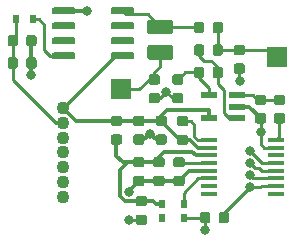
<source format=gbr>
G04 #@! TF.GenerationSoftware,KiCad,Pcbnew,(5.1.5)-3*
G04 #@! TF.CreationDate,2020-11-19T18:47:54+01:00*
G04 #@! TF.ProjectId,Sensor_2.0,53656e73-6f72-45f3-922e-302e6b696361,rev?*
G04 #@! TF.SameCoordinates,Original*
G04 #@! TF.FileFunction,Copper,L1,Top*
G04 #@! TF.FilePolarity,Positive*
%FSLAX46Y46*%
G04 Gerber Fmt 4.6, Leading zero omitted, Abs format (unit mm)*
G04 Created by KiCad (PCBNEW (5.1.5)-3) date 2020-11-19 18:47:54*
%MOMM*%
%LPD*%
G04 APERTURE LIST*
%ADD10C,0.100000*%
%ADD11R,0.600000X0.700000*%
%ADD12C,1.100000*%
%ADD13R,1.700000X1.700000*%
%ADD14R,1.473200X0.355600*%
%ADD15R,1.473200X0.558800*%
%ADD16R,0.600000X0.800000*%
%ADD17C,0.800000*%
%ADD18C,0.250000*%
%ADD19C,0.350000*%
G04 APERTURE END LIST*
G04 #@! TA.AperFunction,SMDPad,CuDef*
D10*
G36*
X123577691Y-80638553D02*
G01*
X123598926Y-80641703D01*
X123619750Y-80646919D01*
X123639962Y-80654151D01*
X123659368Y-80663330D01*
X123677781Y-80674366D01*
X123695024Y-80687154D01*
X123710930Y-80701570D01*
X123725346Y-80717476D01*
X123738134Y-80734719D01*
X123749170Y-80753132D01*
X123758349Y-80772538D01*
X123765581Y-80792750D01*
X123770797Y-80813574D01*
X123773947Y-80834809D01*
X123775000Y-80856250D01*
X123775000Y-81293750D01*
X123773947Y-81315191D01*
X123770797Y-81336426D01*
X123765581Y-81357250D01*
X123758349Y-81377462D01*
X123749170Y-81396868D01*
X123738134Y-81415281D01*
X123725346Y-81432524D01*
X123710930Y-81448430D01*
X123695024Y-81462846D01*
X123677781Y-81475634D01*
X123659368Y-81486670D01*
X123639962Y-81495849D01*
X123619750Y-81503081D01*
X123598926Y-81508297D01*
X123577691Y-81511447D01*
X123556250Y-81512500D01*
X123043750Y-81512500D01*
X123022309Y-81511447D01*
X123001074Y-81508297D01*
X122980250Y-81503081D01*
X122960038Y-81495849D01*
X122940632Y-81486670D01*
X122922219Y-81475634D01*
X122904976Y-81462846D01*
X122889070Y-81448430D01*
X122874654Y-81432524D01*
X122861866Y-81415281D01*
X122850830Y-81396868D01*
X122841651Y-81377462D01*
X122834419Y-81357250D01*
X122829203Y-81336426D01*
X122826053Y-81315191D01*
X122825000Y-81293750D01*
X122825000Y-80856250D01*
X122826053Y-80834809D01*
X122829203Y-80813574D01*
X122834419Y-80792750D01*
X122841651Y-80772538D01*
X122850830Y-80753132D01*
X122861866Y-80734719D01*
X122874654Y-80717476D01*
X122889070Y-80701570D01*
X122904976Y-80687154D01*
X122922219Y-80674366D01*
X122940632Y-80663330D01*
X122960038Y-80654151D01*
X122980250Y-80646919D01*
X123001074Y-80641703D01*
X123022309Y-80638553D01*
X123043750Y-80637500D01*
X123556250Y-80637500D01*
X123577691Y-80638553D01*
G37*
G04 #@! TD.AperFunction*
G04 #@! TA.AperFunction,SMDPad,CuDef*
G36*
X123577691Y-79063553D02*
G01*
X123598926Y-79066703D01*
X123619750Y-79071919D01*
X123639962Y-79079151D01*
X123659368Y-79088330D01*
X123677781Y-79099366D01*
X123695024Y-79112154D01*
X123710930Y-79126570D01*
X123725346Y-79142476D01*
X123738134Y-79159719D01*
X123749170Y-79178132D01*
X123758349Y-79197538D01*
X123765581Y-79217750D01*
X123770797Y-79238574D01*
X123773947Y-79259809D01*
X123775000Y-79281250D01*
X123775000Y-79718750D01*
X123773947Y-79740191D01*
X123770797Y-79761426D01*
X123765581Y-79782250D01*
X123758349Y-79802462D01*
X123749170Y-79821868D01*
X123738134Y-79840281D01*
X123725346Y-79857524D01*
X123710930Y-79873430D01*
X123695024Y-79887846D01*
X123677781Y-79900634D01*
X123659368Y-79911670D01*
X123639962Y-79920849D01*
X123619750Y-79928081D01*
X123598926Y-79933297D01*
X123577691Y-79936447D01*
X123556250Y-79937500D01*
X123043750Y-79937500D01*
X123022309Y-79936447D01*
X123001074Y-79933297D01*
X122980250Y-79928081D01*
X122960038Y-79920849D01*
X122940632Y-79911670D01*
X122922219Y-79900634D01*
X122904976Y-79887846D01*
X122889070Y-79873430D01*
X122874654Y-79857524D01*
X122861866Y-79840281D01*
X122850830Y-79821868D01*
X122841651Y-79802462D01*
X122834419Y-79782250D01*
X122829203Y-79761426D01*
X122826053Y-79740191D01*
X122825000Y-79718750D01*
X122825000Y-79281250D01*
X122826053Y-79259809D01*
X122829203Y-79238574D01*
X122834419Y-79217750D01*
X122841651Y-79197538D01*
X122850830Y-79178132D01*
X122861866Y-79159719D01*
X122874654Y-79142476D01*
X122889070Y-79126570D01*
X122904976Y-79112154D01*
X122922219Y-79099366D01*
X122940632Y-79088330D01*
X122960038Y-79079151D01*
X122980250Y-79071919D01*
X123001074Y-79066703D01*
X123022309Y-79063553D01*
X123043750Y-79062500D01*
X123556250Y-79062500D01*
X123577691Y-79063553D01*
G37*
G04 #@! TD.AperFunction*
G04 #@! TA.AperFunction,SMDPad,CuDef*
G36*
X111565191Y-77626053D02*
G01*
X111586426Y-77629203D01*
X111607250Y-77634419D01*
X111627462Y-77641651D01*
X111646868Y-77650830D01*
X111665281Y-77661866D01*
X111682524Y-77674654D01*
X111698430Y-77689070D01*
X111712846Y-77704976D01*
X111725634Y-77722219D01*
X111736670Y-77740632D01*
X111745849Y-77760038D01*
X111753081Y-77780250D01*
X111758297Y-77801074D01*
X111761447Y-77822309D01*
X111762500Y-77843750D01*
X111762500Y-78356250D01*
X111761447Y-78377691D01*
X111758297Y-78398926D01*
X111753081Y-78419750D01*
X111745849Y-78439962D01*
X111736670Y-78459368D01*
X111725634Y-78477781D01*
X111712846Y-78495024D01*
X111698430Y-78510930D01*
X111682524Y-78525346D01*
X111665281Y-78538134D01*
X111646868Y-78549170D01*
X111627462Y-78558349D01*
X111607250Y-78565581D01*
X111586426Y-78570797D01*
X111565191Y-78573947D01*
X111543750Y-78575000D01*
X111106250Y-78575000D01*
X111084809Y-78573947D01*
X111063574Y-78570797D01*
X111042750Y-78565581D01*
X111022538Y-78558349D01*
X111003132Y-78549170D01*
X110984719Y-78538134D01*
X110967476Y-78525346D01*
X110951570Y-78510930D01*
X110937154Y-78495024D01*
X110924366Y-78477781D01*
X110913330Y-78459368D01*
X110904151Y-78439962D01*
X110896919Y-78419750D01*
X110891703Y-78398926D01*
X110888553Y-78377691D01*
X110887500Y-78356250D01*
X110887500Y-77843750D01*
X110888553Y-77822309D01*
X110891703Y-77801074D01*
X110896919Y-77780250D01*
X110904151Y-77760038D01*
X110913330Y-77740632D01*
X110924366Y-77722219D01*
X110937154Y-77704976D01*
X110951570Y-77689070D01*
X110967476Y-77674654D01*
X110984719Y-77661866D01*
X111003132Y-77650830D01*
X111022538Y-77641651D01*
X111042750Y-77634419D01*
X111063574Y-77629203D01*
X111084809Y-77626053D01*
X111106250Y-77625000D01*
X111543750Y-77625000D01*
X111565191Y-77626053D01*
G37*
G04 #@! TD.AperFunction*
G04 #@! TA.AperFunction,SMDPad,CuDef*
G36*
X113140191Y-77626053D02*
G01*
X113161426Y-77629203D01*
X113182250Y-77634419D01*
X113202462Y-77641651D01*
X113221868Y-77650830D01*
X113240281Y-77661866D01*
X113257524Y-77674654D01*
X113273430Y-77689070D01*
X113287846Y-77704976D01*
X113300634Y-77722219D01*
X113311670Y-77740632D01*
X113320849Y-77760038D01*
X113328081Y-77780250D01*
X113333297Y-77801074D01*
X113336447Y-77822309D01*
X113337500Y-77843750D01*
X113337500Y-78356250D01*
X113336447Y-78377691D01*
X113333297Y-78398926D01*
X113328081Y-78419750D01*
X113320849Y-78439962D01*
X113311670Y-78459368D01*
X113300634Y-78477781D01*
X113287846Y-78495024D01*
X113273430Y-78510930D01*
X113257524Y-78525346D01*
X113240281Y-78538134D01*
X113221868Y-78549170D01*
X113202462Y-78558349D01*
X113182250Y-78565581D01*
X113161426Y-78570797D01*
X113140191Y-78573947D01*
X113118750Y-78575000D01*
X112681250Y-78575000D01*
X112659809Y-78573947D01*
X112638574Y-78570797D01*
X112617750Y-78565581D01*
X112597538Y-78558349D01*
X112578132Y-78549170D01*
X112559719Y-78538134D01*
X112542476Y-78525346D01*
X112526570Y-78510930D01*
X112512154Y-78495024D01*
X112499366Y-78477781D01*
X112488330Y-78459368D01*
X112479151Y-78439962D01*
X112471919Y-78419750D01*
X112466703Y-78398926D01*
X112463553Y-78377691D01*
X112462500Y-78356250D01*
X112462500Y-77843750D01*
X112463553Y-77822309D01*
X112466703Y-77801074D01*
X112471919Y-77780250D01*
X112479151Y-77760038D01*
X112488330Y-77740632D01*
X112499366Y-77722219D01*
X112512154Y-77704976D01*
X112526570Y-77689070D01*
X112542476Y-77674654D01*
X112559719Y-77661866D01*
X112578132Y-77650830D01*
X112597538Y-77641651D01*
X112617750Y-77634419D01*
X112638574Y-77629203D01*
X112659809Y-77626053D01*
X112681250Y-77625000D01*
X113118750Y-77625000D01*
X113140191Y-77626053D01*
G37*
G04 #@! TD.AperFunction*
G04 #@! TA.AperFunction,SMDPad,CuDef*
G36*
X122277691Y-86063553D02*
G01*
X122298926Y-86066703D01*
X122319750Y-86071919D01*
X122339962Y-86079151D01*
X122359368Y-86088330D01*
X122377781Y-86099366D01*
X122395024Y-86112154D01*
X122410930Y-86126570D01*
X122425346Y-86142476D01*
X122438134Y-86159719D01*
X122449170Y-86178132D01*
X122458349Y-86197538D01*
X122465581Y-86217750D01*
X122470797Y-86238574D01*
X122473947Y-86259809D01*
X122475000Y-86281250D01*
X122475000Y-86718750D01*
X122473947Y-86740191D01*
X122470797Y-86761426D01*
X122465581Y-86782250D01*
X122458349Y-86802462D01*
X122449170Y-86821868D01*
X122438134Y-86840281D01*
X122425346Y-86857524D01*
X122410930Y-86873430D01*
X122395024Y-86887846D01*
X122377781Y-86900634D01*
X122359368Y-86911670D01*
X122339962Y-86920849D01*
X122319750Y-86928081D01*
X122298926Y-86933297D01*
X122277691Y-86936447D01*
X122256250Y-86937500D01*
X121743750Y-86937500D01*
X121722309Y-86936447D01*
X121701074Y-86933297D01*
X121680250Y-86928081D01*
X121660038Y-86920849D01*
X121640632Y-86911670D01*
X121622219Y-86900634D01*
X121604976Y-86887846D01*
X121589070Y-86873430D01*
X121574654Y-86857524D01*
X121561866Y-86840281D01*
X121550830Y-86821868D01*
X121541651Y-86802462D01*
X121534419Y-86782250D01*
X121529203Y-86761426D01*
X121526053Y-86740191D01*
X121525000Y-86718750D01*
X121525000Y-86281250D01*
X121526053Y-86259809D01*
X121529203Y-86238574D01*
X121534419Y-86217750D01*
X121541651Y-86197538D01*
X121550830Y-86178132D01*
X121561866Y-86159719D01*
X121574654Y-86142476D01*
X121589070Y-86126570D01*
X121604976Y-86112154D01*
X121622219Y-86099366D01*
X121640632Y-86088330D01*
X121660038Y-86079151D01*
X121680250Y-86071919D01*
X121701074Y-86066703D01*
X121722309Y-86063553D01*
X121743750Y-86062500D01*
X122256250Y-86062500D01*
X122277691Y-86063553D01*
G37*
G04 #@! TD.AperFunction*
G04 #@! TA.AperFunction,SMDPad,CuDef*
G36*
X122277691Y-87638553D02*
G01*
X122298926Y-87641703D01*
X122319750Y-87646919D01*
X122339962Y-87654151D01*
X122359368Y-87663330D01*
X122377781Y-87674366D01*
X122395024Y-87687154D01*
X122410930Y-87701570D01*
X122425346Y-87717476D01*
X122438134Y-87734719D01*
X122449170Y-87753132D01*
X122458349Y-87772538D01*
X122465581Y-87792750D01*
X122470797Y-87813574D01*
X122473947Y-87834809D01*
X122475000Y-87856250D01*
X122475000Y-88293750D01*
X122473947Y-88315191D01*
X122470797Y-88336426D01*
X122465581Y-88357250D01*
X122458349Y-88377462D01*
X122449170Y-88396868D01*
X122438134Y-88415281D01*
X122425346Y-88432524D01*
X122410930Y-88448430D01*
X122395024Y-88462846D01*
X122377781Y-88475634D01*
X122359368Y-88486670D01*
X122339962Y-88495849D01*
X122319750Y-88503081D01*
X122298926Y-88508297D01*
X122277691Y-88511447D01*
X122256250Y-88512500D01*
X121743750Y-88512500D01*
X121722309Y-88511447D01*
X121701074Y-88508297D01*
X121680250Y-88503081D01*
X121660038Y-88495849D01*
X121640632Y-88486670D01*
X121622219Y-88475634D01*
X121604976Y-88462846D01*
X121589070Y-88448430D01*
X121574654Y-88432524D01*
X121561866Y-88415281D01*
X121550830Y-88396868D01*
X121541651Y-88377462D01*
X121534419Y-88357250D01*
X121529203Y-88336426D01*
X121526053Y-88315191D01*
X121525000Y-88293750D01*
X121525000Y-87856250D01*
X121526053Y-87834809D01*
X121529203Y-87813574D01*
X121534419Y-87792750D01*
X121541651Y-87772538D01*
X121550830Y-87753132D01*
X121561866Y-87734719D01*
X121574654Y-87717476D01*
X121589070Y-87701570D01*
X121604976Y-87687154D01*
X121622219Y-87674366D01*
X121640632Y-87663330D01*
X121660038Y-87654151D01*
X121680250Y-87646919D01*
X121701074Y-87641703D01*
X121722309Y-87638553D01*
X121743750Y-87637500D01*
X122256250Y-87637500D01*
X122277691Y-87638553D01*
G37*
G04 #@! TD.AperFunction*
G04 #@! TA.AperFunction,SMDPad,CuDef*
G36*
X123977691Y-87638553D02*
G01*
X123998926Y-87641703D01*
X124019750Y-87646919D01*
X124039962Y-87654151D01*
X124059368Y-87663330D01*
X124077781Y-87674366D01*
X124095024Y-87687154D01*
X124110930Y-87701570D01*
X124125346Y-87717476D01*
X124138134Y-87734719D01*
X124149170Y-87753132D01*
X124158349Y-87772538D01*
X124165581Y-87792750D01*
X124170797Y-87813574D01*
X124173947Y-87834809D01*
X124175000Y-87856250D01*
X124175000Y-88293750D01*
X124173947Y-88315191D01*
X124170797Y-88336426D01*
X124165581Y-88357250D01*
X124158349Y-88377462D01*
X124149170Y-88396868D01*
X124138134Y-88415281D01*
X124125346Y-88432524D01*
X124110930Y-88448430D01*
X124095024Y-88462846D01*
X124077781Y-88475634D01*
X124059368Y-88486670D01*
X124039962Y-88495849D01*
X124019750Y-88503081D01*
X123998926Y-88508297D01*
X123977691Y-88511447D01*
X123956250Y-88512500D01*
X123443750Y-88512500D01*
X123422309Y-88511447D01*
X123401074Y-88508297D01*
X123380250Y-88503081D01*
X123360038Y-88495849D01*
X123340632Y-88486670D01*
X123322219Y-88475634D01*
X123304976Y-88462846D01*
X123289070Y-88448430D01*
X123274654Y-88432524D01*
X123261866Y-88415281D01*
X123250830Y-88396868D01*
X123241651Y-88377462D01*
X123234419Y-88357250D01*
X123229203Y-88336426D01*
X123226053Y-88315191D01*
X123225000Y-88293750D01*
X123225000Y-87856250D01*
X123226053Y-87834809D01*
X123229203Y-87813574D01*
X123234419Y-87792750D01*
X123241651Y-87772538D01*
X123250830Y-87753132D01*
X123261866Y-87734719D01*
X123274654Y-87717476D01*
X123289070Y-87701570D01*
X123304976Y-87687154D01*
X123322219Y-87674366D01*
X123340632Y-87663330D01*
X123360038Y-87654151D01*
X123380250Y-87646919D01*
X123401074Y-87641703D01*
X123422309Y-87638553D01*
X123443750Y-87637500D01*
X123956250Y-87637500D01*
X123977691Y-87638553D01*
G37*
G04 #@! TD.AperFunction*
G04 #@! TA.AperFunction,SMDPad,CuDef*
G36*
X123977691Y-86063553D02*
G01*
X123998926Y-86066703D01*
X124019750Y-86071919D01*
X124039962Y-86079151D01*
X124059368Y-86088330D01*
X124077781Y-86099366D01*
X124095024Y-86112154D01*
X124110930Y-86126570D01*
X124125346Y-86142476D01*
X124138134Y-86159719D01*
X124149170Y-86178132D01*
X124158349Y-86197538D01*
X124165581Y-86217750D01*
X124170797Y-86238574D01*
X124173947Y-86259809D01*
X124175000Y-86281250D01*
X124175000Y-86718750D01*
X124173947Y-86740191D01*
X124170797Y-86761426D01*
X124165581Y-86782250D01*
X124158349Y-86802462D01*
X124149170Y-86821868D01*
X124138134Y-86840281D01*
X124125346Y-86857524D01*
X124110930Y-86873430D01*
X124095024Y-86887846D01*
X124077781Y-86900634D01*
X124059368Y-86911670D01*
X124039962Y-86920849D01*
X124019750Y-86928081D01*
X123998926Y-86933297D01*
X123977691Y-86936447D01*
X123956250Y-86937500D01*
X123443750Y-86937500D01*
X123422309Y-86936447D01*
X123401074Y-86933297D01*
X123380250Y-86928081D01*
X123360038Y-86920849D01*
X123340632Y-86911670D01*
X123322219Y-86900634D01*
X123304976Y-86887846D01*
X123289070Y-86873430D01*
X123274654Y-86857524D01*
X123261866Y-86840281D01*
X123250830Y-86821868D01*
X123241651Y-86802462D01*
X123234419Y-86782250D01*
X123229203Y-86761426D01*
X123226053Y-86740191D01*
X123225000Y-86718750D01*
X123225000Y-86281250D01*
X123226053Y-86259809D01*
X123229203Y-86238574D01*
X123234419Y-86217750D01*
X123241651Y-86197538D01*
X123250830Y-86178132D01*
X123261866Y-86159719D01*
X123274654Y-86142476D01*
X123289070Y-86126570D01*
X123304976Y-86112154D01*
X123322219Y-86099366D01*
X123340632Y-86088330D01*
X123360038Y-86079151D01*
X123380250Y-86071919D01*
X123401074Y-86066703D01*
X123422309Y-86063553D01*
X123443750Y-86062500D01*
X123956250Y-86062500D01*
X123977691Y-86063553D01*
G37*
G04 #@! TD.AperFunction*
G04 #@! TA.AperFunction,SMDPad,CuDef*
G36*
X125677691Y-87638553D02*
G01*
X125698926Y-87641703D01*
X125719750Y-87646919D01*
X125739962Y-87654151D01*
X125759368Y-87663330D01*
X125777781Y-87674366D01*
X125795024Y-87687154D01*
X125810930Y-87701570D01*
X125825346Y-87717476D01*
X125838134Y-87734719D01*
X125849170Y-87753132D01*
X125858349Y-87772538D01*
X125865581Y-87792750D01*
X125870797Y-87813574D01*
X125873947Y-87834809D01*
X125875000Y-87856250D01*
X125875000Y-88293750D01*
X125873947Y-88315191D01*
X125870797Y-88336426D01*
X125865581Y-88357250D01*
X125858349Y-88377462D01*
X125849170Y-88396868D01*
X125838134Y-88415281D01*
X125825346Y-88432524D01*
X125810930Y-88448430D01*
X125795024Y-88462846D01*
X125777781Y-88475634D01*
X125759368Y-88486670D01*
X125739962Y-88495849D01*
X125719750Y-88503081D01*
X125698926Y-88508297D01*
X125677691Y-88511447D01*
X125656250Y-88512500D01*
X125143750Y-88512500D01*
X125122309Y-88511447D01*
X125101074Y-88508297D01*
X125080250Y-88503081D01*
X125060038Y-88495849D01*
X125040632Y-88486670D01*
X125022219Y-88475634D01*
X125004976Y-88462846D01*
X124989070Y-88448430D01*
X124974654Y-88432524D01*
X124961866Y-88415281D01*
X124950830Y-88396868D01*
X124941651Y-88377462D01*
X124934419Y-88357250D01*
X124929203Y-88336426D01*
X124926053Y-88315191D01*
X124925000Y-88293750D01*
X124925000Y-87856250D01*
X124926053Y-87834809D01*
X124929203Y-87813574D01*
X124934419Y-87792750D01*
X124941651Y-87772538D01*
X124950830Y-87753132D01*
X124961866Y-87734719D01*
X124974654Y-87717476D01*
X124989070Y-87701570D01*
X125004976Y-87687154D01*
X125022219Y-87674366D01*
X125040632Y-87663330D01*
X125060038Y-87654151D01*
X125080250Y-87646919D01*
X125101074Y-87641703D01*
X125122309Y-87638553D01*
X125143750Y-87637500D01*
X125656250Y-87637500D01*
X125677691Y-87638553D01*
G37*
G04 #@! TD.AperFunction*
G04 #@! TA.AperFunction,SMDPad,CuDef*
G36*
X125677691Y-86063553D02*
G01*
X125698926Y-86066703D01*
X125719750Y-86071919D01*
X125739962Y-86079151D01*
X125759368Y-86088330D01*
X125777781Y-86099366D01*
X125795024Y-86112154D01*
X125810930Y-86126570D01*
X125825346Y-86142476D01*
X125838134Y-86159719D01*
X125849170Y-86178132D01*
X125858349Y-86197538D01*
X125865581Y-86217750D01*
X125870797Y-86238574D01*
X125873947Y-86259809D01*
X125875000Y-86281250D01*
X125875000Y-86718750D01*
X125873947Y-86740191D01*
X125870797Y-86761426D01*
X125865581Y-86782250D01*
X125858349Y-86802462D01*
X125849170Y-86821868D01*
X125838134Y-86840281D01*
X125825346Y-86857524D01*
X125810930Y-86873430D01*
X125795024Y-86887846D01*
X125777781Y-86900634D01*
X125759368Y-86911670D01*
X125739962Y-86920849D01*
X125719750Y-86928081D01*
X125698926Y-86933297D01*
X125677691Y-86936447D01*
X125656250Y-86937500D01*
X125143750Y-86937500D01*
X125122309Y-86936447D01*
X125101074Y-86933297D01*
X125080250Y-86928081D01*
X125060038Y-86920849D01*
X125040632Y-86911670D01*
X125022219Y-86900634D01*
X125004976Y-86887846D01*
X124989070Y-86873430D01*
X124974654Y-86857524D01*
X124961866Y-86840281D01*
X124950830Y-86821868D01*
X124941651Y-86802462D01*
X124934419Y-86782250D01*
X124929203Y-86761426D01*
X124926053Y-86740191D01*
X124925000Y-86718750D01*
X124925000Y-86281250D01*
X124926053Y-86259809D01*
X124929203Y-86238574D01*
X124934419Y-86217750D01*
X124941651Y-86197538D01*
X124950830Y-86178132D01*
X124961866Y-86159719D01*
X124974654Y-86142476D01*
X124989070Y-86126570D01*
X125004976Y-86112154D01*
X125022219Y-86099366D01*
X125040632Y-86088330D01*
X125060038Y-86079151D01*
X125080250Y-86071919D01*
X125101074Y-86066703D01*
X125122309Y-86063553D01*
X125143750Y-86062500D01*
X125656250Y-86062500D01*
X125677691Y-86063553D01*
G37*
G04 #@! TD.AperFunction*
G04 #@! TA.AperFunction,SMDPad,CuDef*
G36*
X124177691Y-82563553D02*
G01*
X124198926Y-82566703D01*
X124219750Y-82571919D01*
X124239962Y-82579151D01*
X124259368Y-82588330D01*
X124277781Y-82599366D01*
X124295024Y-82612154D01*
X124310930Y-82626570D01*
X124325346Y-82642476D01*
X124338134Y-82659719D01*
X124349170Y-82678132D01*
X124358349Y-82697538D01*
X124365581Y-82717750D01*
X124370797Y-82738574D01*
X124373947Y-82759809D01*
X124375000Y-82781250D01*
X124375000Y-83218750D01*
X124373947Y-83240191D01*
X124370797Y-83261426D01*
X124365581Y-83282250D01*
X124358349Y-83302462D01*
X124349170Y-83321868D01*
X124338134Y-83340281D01*
X124325346Y-83357524D01*
X124310930Y-83373430D01*
X124295024Y-83387846D01*
X124277781Y-83400634D01*
X124259368Y-83411670D01*
X124239962Y-83420849D01*
X124219750Y-83428081D01*
X124198926Y-83433297D01*
X124177691Y-83436447D01*
X124156250Y-83437500D01*
X123643750Y-83437500D01*
X123622309Y-83436447D01*
X123601074Y-83433297D01*
X123580250Y-83428081D01*
X123560038Y-83420849D01*
X123540632Y-83411670D01*
X123522219Y-83400634D01*
X123504976Y-83387846D01*
X123489070Y-83373430D01*
X123474654Y-83357524D01*
X123461866Y-83340281D01*
X123450830Y-83321868D01*
X123441651Y-83302462D01*
X123434419Y-83282250D01*
X123429203Y-83261426D01*
X123426053Y-83240191D01*
X123425000Y-83218750D01*
X123425000Y-82781250D01*
X123426053Y-82759809D01*
X123429203Y-82738574D01*
X123434419Y-82717750D01*
X123441651Y-82697538D01*
X123450830Y-82678132D01*
X123461866Y-82659719D01*
X123474654Y-82642476D01*
X123489070Y-82626570D01*
X123504976Y-82612154D01*
X123522219Y-82599366D01*
X123540632Y-82588330D01*
X123560038Y-82579151D01*
X123580250Y-82571919D01*
X123601074Y-82566703D01*
X123622309Y-82563553D01*
X123643750Y-82562500D01*
X124156250Y-82562500D01*
X124177691Y-82563553D01*
G37*
G04 #@! TD.AperFunction*
G04 #@! TA.AperFunction,SMDPad,CuDef*
G36*
X124177691Y-84138553D02*
G01*
X124198926Y-84141703D01*
X124219750Y-84146919D01*
X124239962Y-84154151D01*
X124259368Y-84163330D01*
X124277781Y-84174366D01*
X124295024Y-84187154D01*
X124310930Y-84201570D01*
X124325346Y-84217476D01*
X124338134Y-84234719D01*
X124349170Y-84253132D01*
X124358349Y-84272538D01*
X124365581Y-84292750D01*
X124370797Y-84313574D01*
X124373947Y-84334809D01*
X124375000Y-84356250D01*
X124375000Y-84793750D01*
X124373947Y-84815191D01*
X124370797Y-84836426D01*
X124365581Y-84857250D01*
X124358349Y-84877462D01*
X124349170Y-84896868D01*
X124338134Y-84915281D01*
X124325346Y-84932524D01*
X124310930Y-84948430D01*
X124295024Y-84962846D01*
X124277781Y-84975634D01*
X124259368Y-84986670D01*
X124239962Y-84995849D01*
X124219750Y-85003081D01*
X124198926Y-85008297D01*
X124177691Y-85011447D01*
X124156250Y-85012500D01*
X123643750Y-85012500D01*
X123622309Y-85011447D01*
X123601074Y-85008297D01*
X123580250Y-85003081D01*
X123560038Y-84995849D01*
X123540632Y-84986670D01*
X123522219Y-84975634D01*
X123504976Y-84962846D01*
X123489070Y-84948430D01*
X123474654Y-84932524D01*
X123461866Y-84915281D01*
X123450830Y-84896868D01*
X123441651Y-84877462D01*
X123434419Y-84857250D01*
X123429203Y-84836426D01*
X123426053Y-84815191D01*
X123425000Y-84793750D01*
X123425000Y-84356250D01*
X123426053Y-84334809D01*
X123429203Y-84313574D01*
X123434419Y-84292750D01*
X123441651Y-84272538D01*
X123450830Y-84253132D01*
X123461866Y-84234719D01*
X123474654Y-84217476D01*
X123489070Y-84201570D01*
X123504976Y-84187154D01*
X123522219Y-84174366D01*
X123540632Y-84163330D01*
X123560038Y-84154151D01*
X123580250Y-84146919D01*
X123601074Y-84141703D01*
X123622309Y-84138553D01*
X123643750Y-84137500D01*
X124156250Y-84137500D01*
X124177691Y-84138553D01*
G37*
G04 #@! TD.AperFunction*
G04 #@! TA.AperFunction,SMDPad,CuDef*
G36*
X125977691Y-82588553D02*
G01*
X125998926Y-82591703D01*
X126019750Y-82596919D01*
X126039962Y-82604151D01*
X126059368Y-82613330D01*
X126077781Y-82624366D01*
X126095024Y-82637154D01*
X126110930Y-82651570D01*
X126125346Y-82667476D01*
X126138134Y-82684719D01*
X126149170Y-82703132D01*
X126158349Y-82722538D01*
X126165581Y-82742750D01*
X126170797Y-82763574D01*
X126173947Y-82784809D01*
X126175000Y-82806250D01*
X126175000Y-83243750D01*
X126173947Y-83265191D01*
X126170797Y-83286426D01*
X126165581Y-83307250D01*
X126158349Y-83327462D01*
X126149170Y-83346868D01*
X126138134Y-83365281D01*
X126125346Y-83382524D01*
X126110930Y-83398430D01*
X126095024Y-83412846D01*
X126077781Y-83425634D01*
X126059368Y-83436670D01*
X126039962Y-83445849D01*
X126019750Y-83453081D01*
X125998926Y-83458297D01*
X125977691Y-83461447D01*
X125956250Y-83462500D01*
X125443750Y-83462500D01*
X125422309Y-83461447D01*
X125401074Y-83458297D01*
X125380250Y-83453081D01*
X125360038Y-83445849D01*
X125340632Y-83436670D01*
X125322219Y-83425634D01*
X125304976Y-83412846D01*
X125289070Y-83398430D01*
X125274654Y-83382524D01*
X125261866Y-83365281D01*
X125250830Y-83346868D01*
X125241651Y-83327462D01*
X125234419Y-83307250D01*
X125229203Y-83286426D01*
X125226053Y-83265191D01*
X125225000Y-83243750D01*
X125225000Y-82806250D01*
X125226053Y-82784809D01*
X125229203Y-82763574D01*
X125234419Y-82742750D01*
X125241651Y-82722538D01*
X125250830Y-82703132D01*
X125261866Y-82684719D01*
X125274654Y-82667476D01*
X125289070Y-82651570D01*
X125304976Y-82637154D01*
X125322219Y-82624366D01*
X125340632Y-82613330D01*
X125360038Y-82604151D01*
X125380250Y-82596919D01*
X125401074Y-82591703D01*
X125422309Y-82588553D01*
X125443750Y-82587500D01*
X125956250Y-82587500D01*
X125977691Y-82588553D01*
G37*
G04 #@! TD.AperFunction*
G04 #@! TA.AperFunction,SMDPad,CuDef*
G36*
X125977691Y-84163553D02*
G01*
X125998926Y-84166703D01*
X126019750Y-84171919D01*
X126039962Y-84179151D01*
X126059368Y-84188330D01*
X126077781Y-84199366D01*
X126095024Y-84212154D01*
X126110930Y-84226570D01*
X126125346Y-84242476D01*
X126138134Y-84259719D01*
X126149170Y-84278132D01*
X126158349Y-84297538D01*
X126165581Y-84317750D01*
X126170797Y-84338574D01*
X126173947Y-84359809D01*
X126175000Y-84381250D01*
X126175000Y-84818750D01*
X126173947Y-84840191D01*
X126170797Y-84861426D01*
X126165581Y-84882250D01*
X126158349Y-84902462D01*
X126149170Y-84921868D01*
X126138134Y-84940281D01*
X126125346Y-84957524D01*
X126110930Y-84973430D01*
X126095024Y-84987846D01*
X126077781Y-85000634D01*
X126059368Y-85011670D01*
X126039962Y-85020849D01*
X126019750Y-85028081D01*
X125998926Y-85033297D01*
X125977691Y-85036447D01*
X125956250Y-85037500D01*
X125443750Y-85037500D01*
X125422309Y-85036447D01*
X125401074Y-85033297D01*
X125380250Y-85028081D01*
X125360038Y-85020849D01*
X125340632Y-85011670D01*
X125322219Y-85000634D01*
X125304976Y-84987846D01*
X125289070Y-84973430D01*
X125274654Y-84957524D01*
X125261866Y-84940281D01*
X125250830Y-84921868D01*
X125241651Y-84902462D01*
X125234419Y-84882250D01*
X125229203Y-84861426D01*
X125226053Y-84840191D01*
X125225000Y-84818750D01*
X125225000Y-84381250D01*
X125226053Y-84359809D01*
X125229203Y-84338574D01*
X125234419Y-84317750D01*
X125241651Y-84297538D01*
X125250830Y-84278132D01*
X125261866Y-84259719D01*
X125274654Y-84242476D01*
X125289070Y-84226570D01*
X125304976Y-84212154D01*
X125322219Y-84199366D01*
X125340632Y-84188330D01*
X125360038Y-84179151D01*
X125380250Y-84171919D01*
X125401074Y-84166703D01*
X125422309Y-84163553D01*
X125443750Y-84162500D01*
X125956250Y-84162500D01*
X125977691Y-84163553D01*
G37*
G04 #@! TD.AperFunction*
G04 #@! TA.AperFunction,SMDPad,CuDef*
G36*
X122277691Y-84138553D02*
G01*
X122298926Y-84141703D01*
X122319750Y-84146919D01*
X122339962Y-84154151D01*
X122359368Y-84163330D01*
X122377781Y-84174366D01*
X122395024Y-84187154D01*
X122410930Y-84201570D01*
X122425346Y-84217476D01*
X122438134Y-84234719D01*
X122449170Y-84253132D01*
X122458349Y-84272538D01*
X122465581Y-84292750D01*
X122470797Y-84313574D01*
X122473947Y-84334809D01*
X122475000Y-84356250D01*
X122475000Y-84793750D01*
X122473947Y-84815191D01*
X122470797Y-84836426D01*
X122465581Y-84857250D01*
X122458349Y-84877462D01*
X122449170Y-84896868D01*
X122438134Y-84915281D01*
X122425346Y-84932524D01*
X122410930Y-84948430D01*
X122395024Y-84962846D01*
X122377781Y-84975634D01*
X122359368Y-84986670D01*
X122339962Y-84995849D01*
X122319750Y-85003081D01*
X122298926Y-85008297D01*
X122277691Y-85011447D01*
X122256250Y-85012500D01*
X121743750Y-85012500D01*
X121722309Y-85011447D01*
X121701074Y-85008297D01*
X121680250Y-85003081D01*
X121660038Y-84995849D01*
X121640632Y-84986670D01*
X121622219Y-84975634D01*
X121604976Y-84962846D01*
X121589070Y-84948430D01*
X121574654Y-84932524D01*
X121561866Y-84915281D01*
X121550830Y-84896868D01*
X121541651Y-84877462D01*
X121534419Y-84857250D01*
X121529203Y-84836426D01*
X121526053Y-84815191D01*
X121525000Y-84793750D01*
X121525000Y-84356250D01*
X121526053Y-84334809D01*
X121529203Y-84313574D01*
X121534419Y-84292750D01*
X121541651Y-84272538D01*
X121550830Y-84253132D01*
X121561866Y-84234719D01*
X121574654Y-84217476D01*
X121589070Y-84201570D01*
X121604976Y-84187154D01*
X121622219Y-84174366D01*
X121640632Y-84163330D01*
X121660038Y-84154151D01*
X121680250Y-84146919D01*
X121701074Y-84141703D01*
X121722309Y-84138553D01*
X121743750Y-84137500D01*
X122256250Y-84137500D01*
X122277691Y-84138553D01*
G37*
G04 #@! TD.AperFunction*
G04 #@! TA.AperFunction,SMDPad,CuDef*
G36*
X122277691Y-82563553D02*
G01*
X122298926Y-82566703D01*
X122319750Y-82571919D01*
X122339962Y-82579151D01*
X122359368Y-82588330D01*
X122377781Y-82599366D01*
X122395024Y-82612154D01*
X122410930Y-82626570D01*
X122425346Y-82642476D01*
X122438134Y-82659719D01*
X122449170Y-82678132D01*
X122458349Y-82697538D01*
X122465581Y-82717750D01*
X122470797Y-82738574D01*
X122473947Y-82759809D01*
X122475000Y-82781250D01*
X122475000Y-83218750D01*
X122473947Y-83240191D01*
X122470797Y-83261426D01*
X122465581Y-83282250D01*
X122458349Y-83302462D01*
X122449170Y-83321868D01*
X122438134Y-83340281D01*
X122425346Y-83357524D01*
X122410930Y-83373430D01*
X122395024Y-83387846D01*
X122377781Y-83400634D01*
X122359368Y-83411670D01*
X122339962Y-83420849D01*
X122319750Y-83428081D01*
X122298926Y-83433297D01*
X122277691Y-83436447D01*
X122256250Y-83437500D01*
X121743750Y-83437500D01*
X121722309Y-83436447D01*
X121701074Y-83433297D01*
X121680250Y-83428081D01*
X121660038Y-83420849D01*
X121640632Y-83411670D01*
X121622219Y-83400634D01*
X121604976Y-83387846D01*
X121589070Y-83373430D01*
X121574654Y-83357524D01*
X121561866Y-83340281D01*
X121550830Y-83321868D01*
X121541651Y-83302462D01*
X121534419Y-83282250D01*
X121529203Y-83261426D01*
X121526053Y-83240191D01*
X121525000Y-83218750D01*
X121525000Y-82781250D01*
X121526053Y-82759809D01*
X121529203Y-82738574D01*
X121534419Y-82717750D01*
X121541651Y-82697538D01*
X121550830Y-82678132D01*
X121561866Y-82659719D01*
X121574654Y-82642476D01*
X121589070Y-82626570D01*
X121604976Y-82612154D01*
X121622219Y-82599366D01*
X121640632Y-82588330D01*
X121660038Y-82579151D01*
X121680250Y-82571919D01*
X121701074Y-82566703D01*
X121722309Y-82563553D01*
X121743750Y-82562500D01*
X122256250Y-82562500D01*
X122277691Y-82563553D01*
G37*
G04 #@! TD.AperFunction*
G04 #@! TA.AperFunction,SMDPad,CuDef*
G36*
X132577691Y-80776053D02*
G01*
X132598926Y-80779203D01*
X132619750Y-80784419D01*
X132639962Y-80791651D01*
X132659368Y-80800830D01*
X132677781Y-80811866D01*
X132695024Y-80824654D01*
X132710930Y-80839070D01*
X132725346Y-80854976D01*
X132738134Y-80872219D01*
X132749170Y-80890632D01*
X132758349Y-80910038D01*
X132765581Y-80930250D01*
X132770797Y-80951074D01*
X132773947Y-80972309D01*
X132775000Y-80993750D01*
X132775000Y-81431250D01*
X132773947Y-81452691D01*
X132770797Y-81473926D01*
X132765581Y-81494750D01*
X132758349Y-81514962D01*
X132749170Y-81534368D01*
X132738134Y-81552781D01*
X132725346Y-81570024D01*
X132710930Y-81585930D01*
X132695024Y-81600346D01*
X132677781Y-81613134D01*
X132659368Y-81624170D01*
X132639962Y-81633349D01*
X132619750Y-81640581D01*
X132598926Y-81645797D01*
X132577691Y-81648947D01*
X132556250Y-81650000D01*
X132043750Y-81650000D01*
X132022309Y-81648947D01*
X132001074Y-81645797D01*
X131980250Y-81640581D01*
X131960038Y-81633349D01*
X131940632Y-81624170D01*
X131922219Y-81613134D01*
X131904976Y-81600346D01*
X131889070Y-81585930D01*
X131874654Y-81570024D01*
X131861866Y-81552781D01*
X131850830Y-81534368D01*
X131841651Y-81514962D01*
X131834419Y-81494750D01*
X131829203Y-81473926D01*
X131826053Y-81452691D01*
X131825000Y-81431250D01*
X131825000Y-80993750D01*
X131826053Y-80972309D01*
X131829203Y-80951074D01*
X131834419Y-80930250D01*
X131841651Y-80910038D01*
X131850830Y-80890632D01*
X131861866Y-80872219D01*
X131874654Y-80854976D01*
X131889070Y-80839070D01*
X131904976Y-80824654D01*
X131922219Y-80811866D01*
X131940632Y-80800830D01*
X131960038Y-80791651D01*
X131980250Y-80784419D01*
X132001074Y-80779203D01*
X132022309Y-80776053D01*
X132043750Y-80775000D01*
X132556250Y-80775000D01*
X132577691Y-80776053D01*
G37*
G04 #@! TD.AperFunction*
G04 #@! TA.AperFunction,SMDPad,CuDef*
G36*
X132577691Y-82351053D02*
G01*
X132598926Y-82354203D01*
X132619750Y-82359419D01*
X132639962Y-82366651D01*
X132659368Y-82375830D01*
X132677781Y-82386866D01*
X132695024Y-82399654D01*
X132710930Y-82414070D01*
X132725346Y-82429976D01*
X132738134Y-82447219D01*
X132749170Y-82465632D01*
X132758349Y-82485038D01*
X132765581Y-82505250D01*
X132770797Y-82526074D01*
X132773947Y-82547309D01*
X132775000Y-82568750D01*
X132775000Y-83006250D01*
X132773947Y-83027691D01*
X132770797Y-83048926D01*
X132765581Y-83069750D01*
X132758349Y-83089962D01*
X132749170Y-83109368D01*
X132738134Y-83127781D01*
X132725346Y-83145024D01*
X132710930Y-83160930D01*
X132695024Y-83175346D01*
X132677781Y-83188134D01*
X132659368Y-83199170D01*
X132639962Y-83208349D01*
X132619750Y-83215581D01*
X132598926Y-83220797D01*
X132577691Y-83223947D01*
X132556250Y-83225000D01*
X132043750Y-83225000D01*
X132022309Y-83223947D01*
X132001074Y-83220797D01*
X131980250Y-83215581D01*
X131960038Y-83208349D01*
X131940632Y-83199170D01*
X131922219Y-83188134D01*
X131904976Y-83175346D01*
X131889070Y-83160930D01*
X131874654Y-83145024D01*
X131861866Y-83127781D01*
X131850830Y-83109368D01*
X131841651Y-83089962D01*
X131834419Y-83069750D01*
X131829203Y-83048926D01*
X131826053Y-83027691D01*
X131825000Y-83006250D01*
X131825000Y-82568750D01*
X131826053Y-82547309D01*
X131829203Y-82526074D01*
X131834419Y-82505250D01*
X131841651Y-82485038D01*
X131850830Y-82465632D01*
X131861866Y-82447219D01*
X131874654Y-82429976D01*
X131889070Y-82414070D01*
X131904976Y-82399654D01*
X131922219Y-82386866D01*
X131940632Y-82375830D01*
X131960038Y-82366651D01*
X131980250Y-82359419D01*
X132001074Y-82354203D01*
X132022309Y-82351053D01*
X132043750Y-82350000D01*
X132556250Y-82350000D01*
X132577691Y-82351053D01*
G37*
G04 #@! TD.AperFunction*
G04 #@! TA.AperFunction,SMDPad,CuDef*
G36*
X127340191Y-76526053D02*
G01*
X127361426Y-76529203D01*
X127382250Y-76534419D01*
X127402462Y-76541651D01*
X127421868Y-76550830D01*
X127440281Y-76561866D01*
X127457524Y-76574654D01*
X127473430Y-76589070D01*
X127487846Y-76604976D01*
X127500634Y-76622219D01*
X127511670Y-76640632D01*
X127520849Y-76660038D01*
X127528081Y-76680250D01*
X127533297Y-76701074D01*
X127536447Y-76722309D01*
X127537500Y-76743750D01*
X127537500Y-77256250D01*
X127536447Y-77277691D01*
X127533297Y-77298926D01*
X127528081Y-77319750D01*
X127520849Y-77339962D01*
X127511670Y-77359368D01*
X127500634Y-77377781D01*
X127487846Y-77395024D01*
X127473430Y-77410930D01*
X127457524Y-77425346D01*
X127440281Y-77438134D01*
X127421868Y-77449170D01*
X127402462Y-77458349D01*
X127382250Y-77465581D01*
X127361426Y-77470797D01*
X127340191Y-77473947D01*
X127318750Y-77475000D01*
X126881250Y-77475000D01*
X126859809Y-77473947D01*
X126838574Y-77470797D01*
X126817750Y-77465581D01*
X126797538Y-77458349D01*
X126778132Y-77449170D01*
X126759719Y-77438134D01*
X126742476Y-77425346D01*
X126726570Y-77410930D01*
X126712154Y-77395024D01*
X126699366Y-77377781D01*
X126688330Y-77359368D01*
X126679151Y-77339962D01*
X126671919Y-77319750D01*
X126666703Y-77298926D01*
X126663553Y-77277691D01*
X126662500Y-77256250D01*
X126662500Y-76743750D01*
X126663553Y-76722309D01*
X126666703Y-76701074D01*
X126671919Y-76680250D01*
X126679151Y-76660038D01*
X126688330Y-76640632D01*
X126699366Y-76622219D01*
X126712154Y-76604976D01*
X126726570Y-76589070D01*
X126742476Y-76574654D01*
X126759719Y-76561866D01*
X126778132Y-76550830D01*
X126797538Y-76541651D01*
X126817750Y-76534419D01*
X126838574Y-76529203D01*
X126859809Y-76526053D01*
X126881250Y-76525000D01*
X127318750Y-76525000D01*
X127340191Y-76526053D01*
G37*
G04 #@! TD.AperFunction*
G04 #@! TA.AperFunction,SMDPad,CuDef*
G36*
X128915191Y-76526053D02*
G01*
X128936426Y-76529203D01*
X128957250Y-76534419D01*
X128977462Y-76541651D01*
X128996868Y-76550830D01*
X129015281Y-76561866D01*
X129032524Y-76574654D01*
X129048430Y-76589070D01*
X129062846Y-76604976D01*
X129075634Y-76622219D01*
X129086670Y-76640632D01*
X129095849Y-76660038D01*
X129103081Y-76680250D01*
X129108297Y-76701074D01*
X129111447Y-76722309D01*
X129112500Y-76743750D01*
X129112500Y-77256250D01*
X129111447Y-77277691D01*
X129108297Y-77298926D01*
X129103081Y-77319750D01*
X129095849Y-77339962D01*
X129086670Y-77359368D01*
X129075634Y-77377781D01*
X129062846Y-77395024D01*
X129048430Y-77410930D01*
X129032524Y-77425346D01*
X129015281Y-77438134D01*
X128996868Y-77449170D01*
X128977462Y-77458349D01*
X128957250Y-77465581D01*
X128936426Y-77470797D01*
X128915191Y-77473947D01*
X128893750Y-77475000D01*
X128456250Y-77475000D01*
X128434809Y-77473947D01*
X128413574Y-77470797D01*
X128392750Y-77465581D01*
X128372538Y-77458349D01*
X128353132Y-77449170D01*
X128334719Y-77438134D01*
X128317476Y-77425346D01*
X128301570Y-77410930D01*
X128287154Y-77395024D01*
X128274366Y-77377781D01*
X128263330Y-77359368D01*
X128254151Y-77339962D01*
X128246919Y-77319750D01*
X128241703Y-77298926D01*
X128238553Y-77277691D01*
X128237500Y-77256250D01*
X128237500Y-76743750D01*
X128238553Y-76722309D01*
X128241703Y-76701074D01*
X128246919Y-76680250D01*
X128254151Y-76660038D01*
X128263330Y-76640632D01*
X128274366Y-76622219D01*
X128287154Y-76604976D01*
X128301570Y-76589070D01*
X128317476Y-76574654D01*
X128334719Y-76561866D01*
X128353132Y-76550830D01*
X128372538Y-76541651D01*
X128392750Y-76534419D01*
X128413574Y-76529203D01*
X128434809Y-76526053D01*
X128456250Y-76525000D01*
X128893750Y-76525000D01*
X128915191Y-76526053D01*
G37*
G04 #@! TD.AperFunction*
D11*
X113000000Y-74400000D03*
X111600000Y-74400000D03*
G04 #@! TA.AperFunction,SMDPad,CuDef*
D10*
G36*
X120377691Y-82563553D02*
G01*
X120398926Y-82566703D01*
X120419750Y-82571919D01*
X120439962Y-82579151D01*
X120459368Y-82588330D01*
X120477781Y-82599366D01*
X120495024Y-82612154D01*
X120510930Y-82626570D01*
X120525346Y-82642476D01*
X120538134Y-82659719D01*
X120549170Y-82678132D01*
X120558349Y-82697538D01*
X120565581Y-82717750D01*
X120570797Y-82738574D01*
X120573947Y-82759809D01*
X120575000Y-82781250D01*
X120575000Y-83218750D01*
X120573947Y-83240191D01*
X120570797Y-83261426D01*
X120565581Y-83282250D01*
X120558349Y-83302462D01*
X120549170Y-83321868D01*
X120538134Y-83340281D01*
X120525346Y-83357524D01*
X120510930Y-83373430D01*
X120495024Y-83387846D01*
X120477781Y-83400634D01*
X120459368Y-83411670D01*
X120439962Y-83420849D01*
X120419750Y-83428081D01*
X120398926Y-83433297D01*
X120377691Y-83436447D01*
X120356250Y-83437500D01*
X119843750Y-83437500D01*
X119822309Y-83436447D01*
X119801074Y-83433297D01*
X119780250Y-83428081D01*
X119760038Y-83420849D01*
X119740632Y-83411670D01*
X119722219Y-83400634D01*
X119704976Y-83387846D01*
X119689070Y-83373430D01*
X119674654Y-83357524D01*
X119661866Y-83340281D01*
X119650830Y-83321868D01*
X119641651Y-83302462D01*
X119634419Y-83282250D01*
X119629203Y-83261426D01*
X119626053Y-83240191D01*
X119625000Y-83218750D01*
X119625000Y-82781250D01*
X119626053Y-82759809D01*
X119629203Y-82738574D01*
X119634419Y-82717750D01*
X119641651Y-82697538D01*
X119650830Y-82678132D01*
X119661866Y-82659719D01*
X119674654Y-82642476D01*
X119689070Y-82626570D01*
X119704976Y-82612154D01*
X119722219Y-82599366D01*
X119740632Y-82588330D01*
X119760038Y-82579151D01*
X119780250Y-82571919D01*
X119801074Y-82566703D01*
X119822309Y-82563553D01*
X119843750Y-82562500D01*
X120356250Y-82562500D01*
X120377691Y-82563553D01*
G37*
G04 #@! TD.AperFunction*
G04 #@! TA.AperFunction,SMDPad,CuDef*
G36*
X120377691Y-84138553D02*
G01*
X120398926Y-84141703D01*
X120419750Y-84146919D01*
X120439962Y-84154151D01*
X120459368Y-84163330D01*
X120477781Y-84174366D01*
X120495024Y-84187154D01*
X120510930Y-84201570D01*
X120525346Y-84217476D01*
X120538134Y-84234719D01*
X120549170Y-84253132D01*
X120558349Y-84272538D01*
X120565581Y-84292750D01*
X120570797Y-84313574D01*
X120573947Y-84334809D01*
X120575000Y-84356250D01*
X120575000Y-84793750D01*
X120573947Y-84815191D01*
X120570797Y-84836426D01*
X120565581Y-84857250D01*
X120558349Y-84877462D01*
X120549170Y-84896868D01*
X120538134Y-84915281D01*
X120525346Y-84932524D01*
X120510930Y-84948430D01*
X120495024Y-84962846D01*
X120477781Y-84975634D01*
X120459368Y-84986670D01*
X120439962Y-84995849D01*
X120419750Y-85003081D01*
X120398926Y-85008297D01*
X120377691Y-85011447D01*
X120356250Y-85012500D01*
X119843750Y-85012500D01*
X119822309Y-85011447D01*
X119801074Y-85008297D01*
X119780250Y-85003081D01*
X119760038Y-84995849D01*
X119740632Y-84986670D01*
X119722219Y-84975634D01*
X119704976Y-84962846D01*
X119689070Y-84948430D01*
X119674654Y-84932524D01*
X119661866Y-84915281D01*
X119650830Y-84896868D01*
X119641651Y-84877462D01*
X119634419Y-84857250D01*
X119629203Y-84836426D01*
X119626053Y-84815191D01*
X119625000Y-84793750D01*
X119625000Y-84356250D01*
X119626053Y-84334809D01*
X119629203Y-84313574D01*
X119634419Y-84292750D01*
X119641651Y-84272538D01*
X119650830Y-84253132D01*
X119661866Y-84234719D01*
X119674654Y-84217476D01*
X119689070Y-84201570D01*
X119704976Y-84187154D01*
X119722219Y-84174366D01*
X119740632Y-84163330D01*
X119760038Y-84154151D01*
X119780250Y-84146919D01*
X119801074Y-84141703D01*
X119822309Y-84138553D01*
X119843750Y-84137500D01*
X120356250Y-84137500D01*
X120377691Y-84138553D01*
G37*
G04 #@! TD.AperFunction*
D12*
X115570000Y-81915000D03*
X115570000Y-83165000D03*
X115570000Y-84415000D03*
X115570000Y-85665000D03*
X115570000Y-86915000D03*
X115570000Y-88165000D03*
X115570000Y-89415000D03*
D13*
X120500000Y-80300000D03*
G04 #@! TA.AperFunction,SMDPad,CuDef*
D10*
G36*
X124674504Y-74426204D02*
G01*
X124698773Y-74429804D01*
X124722571Y-74435765D01*
X124745671Y-74444030D01*
X124767849Y-74454520D01*
X124788893Y-74467133D01*
X124808598Y-74481747D01*
X124826777Y-74498223D01*
X124843253Y-74516402D01*
X124857867Y-74536107D01*
X124870480Y-74557151D01*
X124880970Y-74579329D01*
X124889235Y-74602429D01*
X124895196Y-74626227D01*
X124898796Y-74650496D01*
X124900000Y-74675000D01*
X124900000Y-75425000D01*
X124898796Y-75449504D01*
X124895196Y-75473773D01*
X124889235Y-75497571D01*
X124880970Y-75520671D01*
X124870480Y-75542849D01*
X124857867Y-75563893D01*
X124843253Y-75583598D01*
X124826777Y-75601777D01*
X124808598Y-75618253D01*
X124788893Y-75632867D01*
X124767849Y-75645480D01*
X124745671Y-75655970D01*
X124722571Y-75664235D01*
X124698773Y-75670196D01*
X124674504Y-75673796D01*
X124650000Y-75675000D01*
X122950000Y-75675000D01*
X122925496Y-75673796D01*
X122901227Y-75670196D01*
X122877429Y-75664235D01*
X122854329Y-75655970D01*
X122832151Y-75645480D01*
X122811107Y-75632867D01*
X122791402Y-75618253D01*
X122773223Y-75601777D01*
X122756747Y-75583598D01*
X122742133Y-75563893D01*
X122729520Y-75542849D01*
X122719030Y-75520671D01*
X122710765Y-75497571D01*
X122704804Y-75473773D01*
X122701204Y-75449504D01*
X122700000Y-75425000D01*
X122700000Y-74675000D01*
X122701204Y-74650496D01*
X122704804Y-74626227D01*
X122710765Y-74602429D01*
X122719030Y-74579329D01*
X122729520Y-74557151D01*
X122742133Y-74536107D01*
X122756747Y-74516402D01*
X122773223Y-74498223D01*
X122791402Y-74481747D01*
X122811107Y-74467133D01*
X122832151Y-74454520D01*
X122854329Y-74444030D01*
X122877429Y-74435765D01*
X122901227Y-74429804D01*
X122925496Y-74426204D01*
X122950000Y-74425000D01*
X124650000Y-74425000D01*
X124674504Y-74426204D01*
G37*
G04 #@! TD.AperFunction*
G04 #@! TA.AperFunction,SMDPad,CuDef*
G36*
X124674504Y-76576204D02*
G01*
X124698773Y-76579804D01*
X124722571Y-76585765D01*
X124745671Y-76594030D01*
X124767849Y-76604520D01*
X124788893Y-76617133D01*
X124808598Y-76631747D01*
X124826777Y-76648223D01*
X124843253Y-76666402D01*
X124857867Y-76686107D01*
X124870480Y-76707151D01*
X124880970Y-76729329D01*
X124889235Y-76752429D01*
X124895196Y-76776227D01*
X124898796Y-76800496D01*
X124900000Y-76825000D01*
X124900000Y-77575000D01*
X124898796Y-77599504D01*
X124895196Y-77623773D01*
X124889235Y-77647571D01*
X124880970Y-77670671D01*
X124870480Y-77692849D01*
X124857867Y-77713893D01*
X124843253Y-77733598D01*
X124826777Y-77751777D01*
X124808598Y-77768253D01*
X124788893Y-77782867D01*
X124767849Y-77795480D01*
X124745671Y-77805970D01*
X124722571Y-77814235D01*
X124698773Y-77820196D01*
X124674504Y-77823796D01*
X124650000Y-77825000D01*
X122950000Y-77825000D01*
X122925496Y-77823796D01*
X122901227Y-77820196D01*
X122877429Y-77814235D01*
X122854329Y-77805970D01*
X122832151Y-77795480D01*
X122811107Y-77782867D01*
X122791402Y-77768253D01*
X122773223Y-77751777D01*
X122756747Y-77733598D01*
X122742133Y-77713893D01*
X122729520Y-77692849D01*
X122719030Y-77670671D01*
X122710765Y-77647571D01*
X122704804Y-77623773D01*
X122701204Y-77599504D01*
X122700000Y-77575000D01*
X122700000Y-76825000D01*
X122701204Y-76800496D01*
X122704804Y-76776227D01*
X122710765Y-76752429D01*
X122719030Y-76729329D01*
X122729520Y-76707151D01*
X122742133Y-76686107D01*
X122756747Y-76666402D01*
X122773223Y-76648223D01*
X122791402Y-76631747D01*
X122811107Y-76617133D01*
X122832151Y-76604520D01*
X122854329Y-76594030D01*
X122877429Y-76585765D01*
X122901227Y-76579804D01*
X122925496Y-76576204D01*
X122950000Y-76575000D01*
X124650000Y-76575000D01*
X124674504Y-76576204D01*
G37*
G04 #@! TD.AperFunction*
G04 #@! TA.AperFunction,SMDPad,CuDef*
G36*
X127340191Y-74626053D02*
G01*
X127361426Y-74629203D01*
X127382250Y-74634419D01*
X127402462Y-74641651D01*
X127421868Y-74650830D01*
X127440281Y-74661866D01*
X127457524Y-74674654D01*
X127473430Y-74689070D01*
X127487846Y-74704976D01*
X127500634Y-74722219D01*
X127511670Y-74740632D01*
X127520849Y-74760038D01*
X127528081Y-74780250D01*
X127533297Y-74801074D01*
X127536447Y-74822309D01*
X127537500Y-74843750D01*
X127537500Y-75356250D01*
X127536447Y-75377691D01*
X127533297Y-75398926D01*
X127528081Y-75419750D01*
X127520849Y-75439962D01*
X127511670Y-75459368D01*
X127500634Y-75477781D01*
X127487846Y-75495024D01*
X127473430Y-75510930D01*
X127457524Y-75525346D01*
X127440281Y-75538134D01*
X127421868Y-75549170D01*
X127402462Y-75558349D01*
X127382250Y-75565581D01*
X127361426Y-75570797D01*
X127340191Y-75573947D01*
X127318750Y-75575000D01*
X126881250Y-75575000D01*
X126859809Y-75573947D01*
X126838574Y-75570797D01*
X126817750Y-75565581D01*
X126797538Y-75558349D01*
X126778132Y-75549170D01*
X126759719Y-75538134D01*
X126742476Y-75525346D01*
X126726570Y-75510930D01*
X126712154Y-75495024D01*
X126699366Y-75477781D01*
X126688330Y-75459368D01*
X126679151Y-75439962D01*
X126671919Y-75419750D01*
X126666703Y-75398926D01*
X126663553Y-75377691D01*
X126662500Y-75356250D01*
X126662500Y-74843750D01*
X126663553Y-74822309D01*
X126666703Y-74801074D01*
X126671919Y-74780250D01*
X126679151Y-74760038D01*
X126688330Y-74740632D01*
X126699366Y-74722219D01*
X126712154Y-74704976D01*
X126726570Y-74689070D01*
X126742476Y-74674654D01*
X126759719Y-74661866D01*
X126778132Y-74650830D01*
X126797538Y-74641651D01*
X126817750Y-74634419D01*
X126838574Y-74629203D01*
X126859809Y-74626053D01*
X126881250Y-74625000D01*
X127318750Y-74625000D01*
X127340191Y-74626053D01*
G37*
G04 #@! TD.AperFunction*
G04 #@! TA.AperFunction,SMDPad,CuDef*
G36*
X128915191Y-74626053D02*
G01*
X128936426Y-74629203D01*
X128957250Y-74634419D01*
X128977462Y-74641651D01*
X128996868Y-74650830D01*
X129015281Y-74661866D01*
X129032524Y-74674654D01*
X129048430Y-74689070D01*
X129062846Y-74704976D01*
X129075634Y-74722219D01*
X129086670Y-74740632D01*
X129095849Y-74760038D01*
X129103081Y-74780250D01*
X129108297Y-74801074D01*
X129111447Y-74822309D01*
X129112500Y-74843750D01*
X129112500Y-75356250D01*
X129111447Y-75377691D01*
X129108297Y-75398926D01*
X129103081Y-75419750D01*
X129095849Y-75439962D01*
X129086670Y-75459368D01*
X129075634Y-75477781D01*
X129062846Y-75495024D01*
X129048430Y-75510930D01*
X129032524Y-75525346D01*
X129015281Y-75538134D01*
X128996868Y-75549170D01*
X128977462Y-75558349D01*
X128957250Y-75565581D01*
X128936426Y-75570797D01*
X128915191Y-75573947D01*
X128893750Y-75575000D01*
X128456250Y-75575000D01*
X128434809Y-75573947D01*
X128413574Y-75570797D01*
X128392750Y-75565581D01*
X128372538Y-75558349D01*
X128353132Y-75549170D01*
X128334719Y-75538134D01*
X128317476Y-75525346D01*
X128301570Y-75510930D01*
X128287154Y-75495024D01*
X128274366Y-75477781D01*
X128263330Y-75459368D01*
X128254151Y-75439962D01*
X128246919Y-75419750D01*
X128241703Y-75398926D01*
X128238553Y-75377691D01*
X128237500Y-75356250D01*
X128237500Y-74843750D01*
X128238553Y-74822309D01*
X128241703Y-74801074D01*
X128246919Y-74780250D01*
X128254151Y-74760038D01*
X128263330Y-74740632D01*
X128274366Y-74722219D01*
X128287154Y-74704976D01*
X128301570Y-74689070D01*
X128317476Y-74674654D01*
X128334719Y-74661866D01*
X128353132Y-74650830D01*
X128372538Y-74641651D01*
X128392750Y-74634419D01*
X128413574Y-74629203D01*
X128434809Y-74626053D01*
X128456250Y-74625000D01*
X128893750Y-74625000D01*
X128915191Y-74626053D01*
G37*
G04 #@! TD.AperFunction*
G04 #@! TA.AperFunction,SMDPad,CuDef*
G36*
X111565191Y-75726053D02*
G01*
X111586426Y-75729203D01*
X111607250Y-75734419D01*
X111627462Y-75741651D01*
X111646868Y-75750830D01*
X111665281Y-75761866D01*
X111682524Y-75774654D01*
X111698430Y-75789070D01*
X111712846Y-75804976D01*
X111725634Y-75822219D01*
X111736670Y-75840632D01*
X111745849Y-75860038D01*
X111753081Y-75880250D01*
X111758297Y-75901074D01*
X111761447Y-75922309D01*
X111762500Y-75943750D01*
X111762500Y-76456250D01*
X111761447Y-76477691D01*
X111758297Y-76498926D01*
X111753081Y-76519750D01*
X111745849Y-76539962D01*
X111736670Y-76559368D01*
X111725634Y-76577781D01*
X111712846Y-76595024D01*
X111698430Y-76610930D01*
X111682524Y-76625346D01*
X111665281Y-76638134D01*
X111646868Y-76649170D01*
X111627462Y-76658349D01*
X111607250Y-76665581D01*
X111586426Y-76670797D01*
X111565191Y-76673947D01*
X111543750Y-76675000D01*
X111106250Y-76675000D01*
X111084809Y-76673947D01*
X111063574Y-76670797D01*
X111042750Y-76665581D01*
X111022538Y-76658349D01*
X111003132Y-76649170D01*
X110984719Y-76638134D01*
X110967476Y-76625346D01*
X110951570Y-76610930D01*
X110937154Y-76595024D01*
X110924366Y-76577781D01*
X110913330Y-76559368D01*
X110904151Y-76539962D01*
X110896919Y-76519750D01*
X110891703Y-76498926D01*
X110888553Y-76477691D01*
X110887500Y-76456250D01*
X110887500Y-75943750D01*
X110888553Y-75922309D01*
X110891703Y-75901074D01*
X110896919Y-75880250D01*
X110904151Y-75860038D01*
X110913330Y-75840632D01*
X110924366Y-75822219D01*
X110937154Y-75804976D01*
X110951570Y-75789070D01*
X110967476Y-75774654D01*
X110984719Y-75761866D01*
X111003132Y-75750830D01*
X111022538Y-75741651D01*
X111042750Y-75734419D01*
X111063574Y-75729203D01*
X111084809Y-75726053D01*
X111106250Y-75725000D01*
X111543750Y-75725000D01*
X111565191Y-75726053D01*
G37*
G04 #@! TD.AperFunction*
G04 #@! TA.AperFunction,SMDPad,CuDef*
G36*
X113140191Y-75726053D02*
G01*
X113161426Y-75729203D01*
X113182250Y-75734419D01*
X113202462Y-75741651D01*
X113221868Y-75750830D01*
X113240281Y-75761866D01*
X113257524Y-75774654D01*
X113273430Y-75789070D01*
X113287846Y-75804976D01*
X113300634Y-75822219D01*
X113311670Y-75840632D01*
X113320849Y-75860038D01*
X113328081Y-75880250D01*
X113333297Y-75901074D01*
X113336447Y-75922309D01*
X113337500Y-75943750D01*
X113337500Y-76456250D01*
X113336447Y-76477691D01*
X113333297Y-76498926D01*
X113328081Y-76519750D01*
X113320849Y-76539962D01*
X113311670Y-76559368D01*
X113300634Y-76577781D01*
X113287846Y-76595024D01*
X113273430Y-76610930D01*
X113257524Y-76625346D01*
X113240281Y-76638134D01*
X113221868Y-76649170D01*
X113202462Y-76658349D01*
X113182250Y-76665581D01*
X113161426Y-76670797D01*
X113140191Y-76673947D01*
X113118750Y-76675000D01*
X112681250Y-76675000D01*
X112659809Y-76673947D01*
X112638574Y-76670797D01*
X112617750Y-76665581D01*
X112597538Y-76658349D01*
X112578132Y-76649170D01*
X112559719Y-76638134D01*
X112542476Y-76625346D01*
X112526570Y-76610930D01*
X112512154Y-76595024D01*
X112499366Y-76577781D01*
X112488330Y-76559368D01*
X112479151Y-76539962D01*
X112471919Y-76519750D01*
X112466703Y-76498926D01*
X112463553Y-76477691D01*
X112462500Y-76456250D01*
X112462500Y-75943750D01*
X112463553Y-75922309D01*
X112466703Y-75901074D01*
X112471919Y-75880250D01*
X112479151Y-75860038D01*
X112488330Y-75840632D01*
X112499366Y-75822219D01*
X112512154Y-75804976D01*
X112526570Y-75789070D01*
X112542476Y-75774654D01*
X112559719Y-75761866D01*
X112578132Y-75750830D01*
X112597538Y-75741651D01*
X112617750Y-75734419D01*
X112638574Y-75729203D01*
X112659809Y-75726053D01*
X112681250Y-75725000D01*
X113118750Y-75725000D01*
X113140191Y-75726053D01*
G37*
G04 #@! TD.AperFunction*
G04 #@! TA.AperFunction,SMDPad,CuDef*
G36*
X127865191Y-90726053D02*
G01*
X127886426Y-90729203D01*
X127907250Y-90734419D01*
X127927462Y-90741651D01*
X127946868Y-90750830D01*
X127965281Y-90761866D01*
X127982524Y-90774654D01*
X127998430Y-90789070D01*
X128012846Y-90804976D01*
X128025634Y-90822219D01*
X128036670Y-90840632D01*
X128045849Y-90860038D01*
X128053081Y-90880250D01*
X128058297Y-90901074D01*
X128061447Y-90922309D01*
X128062500Y-90943750D01*
X128062500Y-91456250D01*
X128061447Y-91477691D01*
X128058297Y-91498926D01*
X128053081Y-91519750D01*
X128045849Y-91539962D01*
X128036670Y-91559368D01*
X128025634Y-91577781D01*
X128012846Y-91595024D01*
X127998430Y-91610930D01*
X127982524Y-91625346D01*
X127965281Y-91638134D01*
X127946868Y-91649170D01*
X127927462Y-91658349D01*
X127907250Y-91665581D01*
X127886426Y-91670797D01*
X127865191Y-91673947D01*
X127843750Y-91675000D01*
X127406250Y-91675000D01*
X127384809Y-91673947D01*
X127363574Y-91670797D01*
X127342750Y-91665581D01*
X127322538Y-91658349D01*
X127303132Y-91649170D01*
X127284719Y-91638134D01*
X127267476Y-91625346D01*
X127251570Y-91610930D01*
X127237154Y-91595024D01*
X127224366Y-91577781D01*
X127213330Y-91559368D01*
X127204151Y-91539962D01*
X127196919Y-91519750D01*
X127191703Y-91498926D01*
X127188553Y-91477691D01*
X127187500Y-91456250D01*
X127187500Y-90943750D01*
X127188553Y-90922309D01*
X127191703Y-90901074D01*
X127196919Y-90880250D01*
X127204151Y-90860038D01*
X127213330Y-90840632D01*
X127224366Y-90822219D01*
X127237154Y-90804976D01*
X127251570Y-90789070D01*
X127267476Y-90774654D01*
X127284719Y-90761866D01*
X127303132Y-90750830D01*
X127322538Y-90741651D01*
X127342750Y-90734419D01*
X127363574Y-90729203D01*
X127384809Y-90726053D01*
X127406250Y-90725000D01*
X127843750Y-90725000D01*
X127865191Y-90726053D01*
G37*
G04 #@! TD.AperFunction*
G04 #@! TA.AperFunction,SMDPad,CuDef*
G36*
X129440191Y-90726053D02*
G01*
X129461426Y-90729203D01*
X129482250Y-90734419D01*
X129502462Y-90741651D01*
X129521868Y-90750830D01*
X129540281Y-90761866D01*
X129557524Y-90774654D01*
X129573430Y-90789070D01*
X129587846Y-90804976D01*
X129600634Y-90822219D01*
X129611670Y-90840632D01*
X129620849Y-90860038D01*
X129628081Y-90880250D01*
X129633297Y-90901074D01*
X129636447Y-90922309D01*
X129637500Y-90943750D01*
X129637500Y-91456250D01*
X129636447Y-91477691D01*
X129633297Y-91498926D01*
X129628081Y-91519750D01*
X129620849Y-91539962D01*
X129611670Y-91559368D01*
X129600634Y-91577781D01*
X129587846Y-91595024D01*
X129573430Y-91610930D01*
X129557524Y-91625346D01*
X129540281Y-91638134D01*
X129521868Y-91649170D01*
X129502462Y-91658349D01*
X129482250Y-91665581D01*
X129461426Y-91670797D01*
X129440191Y-91673947D01*
X129418750Y-91675000D01*
X128981250Y-91675000D01*
X128959809Y-91673947D01*
X128938574Y-91670797D01*
X128917750Y-91665581D01*
X128897538Y-91658349D01*
X128878132Y-91649170D01*
X128859719Y-91638134D01*
X128842476Y-91625346D01*
X128826570Y-91610930D01*
X128812154Y-91595024D01*
X128799366Y-91577781D01*
X128788330Y-91559368D01*
X128779151Y-91539962D01*
X128771919Y-91519750D01*
X128766703Y-91498926D01*
X128763553Y-91477691D01*
X128762500Y-91456250D01*
X128762500Y-90943750D01*
X128763553Y-90922309D01*
X128766703Y-90901074D01*
X128771919Y-90880250D01*
X128779151Y-90860038D01*
X128788330Y-90840632D01*
X128799366Y-90822219D01*
X128812154Y-90804976D01*
X128826570Y-90789070D01*
X128842476Y-90774654D01*
X128859719Y-90761866D01*
X128878132Y-90750830D01*
X128897538Y-90741651D01*
X128917750Y-90734419D01*
X128938574Y-90729203D01*
X128959809Y-90726053D01*
X128981250Y-90725000D01*
X129418750Y-90725000D01*
X129440191Y-90726053D01*
G37*
G04 #@! TD.AperFunction*
G04 #@! TA.AperFunction,SMDPad,CuDef*
G36*
X134177691Y-80776053D02*
G01*
X134198926Y-80779203D01*
X134219750Y-80784419D01*
X134239962Y-80791651D01*
X134259368Y-80800830D01*
X134277781Y-80811866D01*
X134295024Y-80824654D01*
X134310930Y-80839070D01*
X134325346Y-80854976D01*
X134338134Y-80872219D01*
X134349170Y-80890632D01*
X134358349Y-80910038D01*
X134365581Y-80930250D01*
X134370797Y-80951074D01*
X134373947Y-80972309D01*
X134375000Y-80993750D01*
X134375000Y-81431250D01*
X134373947Y-81452691D01*
X134370797Y-81473926D01*
X134365581Y-81494750D01*
X134358349Y-81514962D01*
X134349170Y-81534368D01*
X134338134Y-81552781D01*
X134325346Y-81570024D01*
X134310930Y-81585930D01*
X134295024Y-81600346D01*
X134277781Y-81613134D01*
X134259368Y-81624170D01*
X134239962Y-81633349D01*
X134219750Y-81640581D01*
X134198926Y-81645797D01*
X134177691Y-81648947D01*
X134156250Y-81650000D01*
X133643750Y-81650000D01*
X133622309Y-81648947D01*
X133601074Y-81645797D01*
X133580250Y-81640581D01*
X133560038Y-81633349D01*
X133540632Y-81624170D01*
X133522219Y-81613134D01*
X133504976Y-81600346D01*
X133489070Y-81585930D01*
X133474654Y-81570024D01*
X133461866Y-81552781D01*
X133450830Y-81534368D01*
X133441651Y-81514962D01*
X133434419Y-81494750D01*
X133429203Y-81473926D01*
X133426053Y-81452691D01*
X133425000Y-81431250D01*
X133425000Y-80993750D01*
X133426053Y-80972309D01*
X133429203Y-80951074D01*
X133434419Y-80930250D01*
X133441651Y-80910038D01*
X133450830Y-80890632D01*
X133461866Y-80872219D01*
X133474654Y-80854976D01*
X133489070Y-80839070D01*
X133504976Y-80824654D01*
X133522219Y-80811866D01*
X133540632Y-80800830D01*
X133560038Y-80791651D01*
X133580250Y-80784419D01*
X133601074Y-80779203D01*
X133622309Y-80776053D01*
X133643750Y-80775000D01*
X134156250Y-80775000D01*
X134177691Y-80776053D01*
G37*
G04 #@! TD.AperFunction*
G04 #@! TA.AperFunction,SMDPad,CuDef*
G36*
X134177691Y-82351053D02*
G01*
X134198926Y-82354203D01*
X134219750Y-82359419D01*
X134239962Y-82366651D01*
X134259368Y-82375830D01*
X134277781Y-82386866D01*
X134295024Y-82399654D01*
X134310930Y-82414070D01*
X134325346Y-82429976D01*
X134338134Y-82447219D01*
X134349170Y-82465632D01*
X134358349Y-82485038D01*
X134365581Y-82505250D01*
X134370797Y-82526074D01*
X134373947Y-82547309D01*
X134375000Y-82568750D01*
X134375000Y-83006250D01*
X134373947Y-83027691D01*
X134370797Y-83048926D01*
X134365581Y-83069750D01*
X134358349Y-83089962D01*
X134349170Y-83109368D01*
X134338134Y-83127781D01*
X134325346Y-83145024D01*
X134310930Y-83160930D01*
X134295024Y-83175346D01*
X134277781Y-83188134D01*
X134259368Y-83199170D01*
X134239962Y-83208349D01*
X134219750Y-83215581D01*
X134198926Y-83220797D01*
X134177691Y-83223947D01*
X134156250Y-83225000D01*
X133643750Y-83225000D01*
X133622309Y-83223947D01*
X133601074Y-83220797D01*
X133580250Y-83215581D01*
X133560038Y-83208349D01*
X133540632Y-83199170D01*
X133522219Y-83188134D01*
X133504976Y-83175346D01*
X133489070Y-83160930D01*
X133474654Y-83145024D01*
X133461866Y-83127781D01*
X133450830Y-83109368D01*
X133441651Y-83089962D01*
X133434419Y-83069750D01*
X133429203Y-83048926D01*
X133426053Y-83027691D01*
X133425000Y-83006250D01*
X133425000Y-82568750D01*
X133426053Y-82547309D01*
X133429203Y-82526074D01*
X133434419Y-82505250D01*
X133441651Y-82485038D01*
X133450830Y-82465632D01*
X133461866Y-82447219D01*
X133474654Y-82429976D01*
X133489070Y-82414070D01*
X133504976Y-82399654D01*
X133522219Y-82386866D01*
X133540632Y-82375830D01*
X133560038Y-82366651D01*
X133580250Y-82359419D01*
X133601074Y-82354203D01*
X133622309Y-82351053D01*
X133643750Y-82350000D01*
X134156250Y-82350000D01*
X134177691Y-82351053D01*
G37*
G04 #@! TD.AperFunction*
G04 #@! TA.AperFunction,SMDPad,CuDef*
G36*
X125577691Y-80638553D02*
G01*
X125598926Y-80641703D01*
X125619750Y-80646919D01*
X125639962Y-80654151D01*
X125659368Y-80663330D01*
X125677781Y-80674366D01*
X125695024Y-80687154D01*
X125710930Y-80701570D01*
X125725346Y-80717476D01*
X125738134Y-80734719D01*
X125749170Y-80753132D01*
X125758349Y-80772538D01*
X125765581Y-80792750D01*
X125770797Y-80813574D01*
X125773947Y-80834809D01*
X125775000Y-80856250D01*
X125775000Y-81293750D01*
X125773947Y-81315191D01*
X125770797Y-81336426D01*
X125765581Y-81357250D01*
X125758349Y-81377462D01*
X125749170Y-81396868D01*
X125738134Y-81415281D01*
X125725346Y-81432524D01*
X125710930Y-81448430D01*
X125695024Y-81462846D01*
X125677781Y-81475634D01*
X125659368Y-81486670D01*
X125639962Y-81495849D01*
X125619750Y-81503081D01*
X125598926Y-81508297D01*
X125577691Y-81511447D01*
X125556250Y-81512500D01*
X125043750Y-81512500D01*
X125022309Y-81511447D01*
X125001074Y-81508297D01*
X124980250Y-81503081D01*
X124960038Y-81495849D01*
X124940632Y-81486670D01*
X124922219Y-81475634D01*
X124904976Y-81462846D01*
X124889070Y-81448430D01*
X124874654Y-81432524D01*
X124861866Y-81415281D01*
X124850830Y-81396868D01*
X124841651Y-81377462D01*
X124834419Y-81357250D01*
X124829203Y-81336426D01*
X124826053Y-81315191D01*
X124825000Y-81293750D01*
X124825000Y-80856250D01*
X124826053Y-80834809D01*
X124829203Y-80813574D01*
X124834419Y-80792750D01*
X124841651Y-80772538D01*
X124850830Y-80753132D01*
X124861866Y-80734719D01*
X124874654Y-80717476D01*
X124889070Y-80701570D01*
X124904976Y-80687154D01*
X124922219Y-80674366D01*
X124940632Y-80663330D01*
X124960038Y-80654151D01*
X124980250Y-80646919D01*
X125001074Y-80641703D01*
X125022309Y-80638553D01*
X125043750Y-80637500D01*
X125556250Y-80637500D01*
X125577691Y-80638553D01*
G37*
G04 #@! TD.AperFunction*
G04 #@! TA.AperFunction,SMDPad,CuDef*
G36*
X125577691Y-79063553D02*
G01*
X125598926Y-79066703D01*
X125619750Y-79071919D01*
X125639962Y-79079151D01*
X125659368Y-79088330D01*
X125677781Y-79099366D01*
X125695024Y-79112154D01*
X125710930Y-79126570D01*
X125725346Y-79142476D01*
X125738134Y-79159719D01*
X125749170Y-79178132D01*
X125758349Y-79197538D01*
X125765581Y-79217750D01*
X125770797Y-79238574D01*
X125773947Y-79259809D01*
X125775000Y-79281250D01*
X125775000Y-79718750D01*
X125773947Y-79740191D01*
X125770797Y-79761426D01*
X125765581Y-79782250D01*
X125758349Y-79802462D01*
X125749170Y-79821868D01*
X125738134Y-79840281D01*
X125725346Y-79857524D01*
X125710930Y-79873430D01*
X125695024Y-79887846D01*
X125677781Y-79900634D01*
X125659368Y-79911670D01*
X125639962Y-79920849D01*
X125619750Y-79928081D01*
X125598926Y-79933297D01*
X125577691Y-79936447D01*
X125556250Y-79937500D01*
X125043750Y-79937500D01*
X125022309Y-79936447D01*
X125001074Y-79933297D01*
X124980250Y-79928081D01*
X124960038Y-79920849D01*
X124940632Y-79911670D01*
X124922219Y-79900634D01*
X124904976Y-79887846D01*
X124889070Y-79873430D01*
X124874654Y-79857524D01*
X124861866Y-79840281D01*
X124850830Y-79821868D01*
X124841651Y-79802462D01*
X124834419Y-79782250D01*
X124829203Y-79761426D01*
X124826053Y-79740191D01*
X124825000Y-79718750D01*
X124825000Y-79281250D01*
X124826053Y-79259809D01*
X124829203Y-79238574D01*
X124834419Y-79217750D01*
X124841651Y-79197538D01*
X124850830Y-79178132D01*
X124861866Y-79159719D01*
X124874654Y-79142476D01*
X124889070Y-79126570D01*
X124904976Y-79112154D01*
X124922219Y-79099366D01*
X124940632Y-79088330D01*
X124960038Y-79079151D01*
X124980250Y-79071919D01*
X125001074Y-79066703D01*
X125022309Y-79063553D01*
X125043750Y-79062500D01*
X125556250Y-79062500D01*
X125577691Y-79063553D01*
G37*
G04 #@! TD.AperFunction*
G04 #@! TA.AperFunction,SMDPad,CuDef*
G36*
X128915191Y-78426053D02*
G01*
X128936426Y-78429203D01*
X128957250Y-78434419D01*
X128977462Y-78441651D01*
X128996868Y-78450830D01*
X129015281Y-78461866D01*
X129032524Y-78474654D01*
X129048430Y-78489070D01*
X129062846Y-78504976D01*
X129075634Y-78522219D01*
X129086670Y-78540632D01*
X129095849Y-78560038D01*
X129103081Y-78580250D01*
X129108297Y-78601074D01*
X129111447Y-78622309D01*
X129112500Y-78643750D01*
X129112500Y-79156250D01*
X129111447Y-79177691D01*
X129108297Y-79198926D01*
X129103081Y-79219750D01*
X129095849Y-79239962D01*
X129086670Y-79259368D01*
X129075634Y-79277781D01*
X129062846Y-79295024D01*
X129048430Y-79310930D01*
X129032524Y-79325346D01*
X129015281Y-79338134D01*
X128996868Y-79349170D01*
X128977462Y-79358349D01*
X128957250Y-79365581D01*
X128936426Y-79370797D01*
X128915191Y-79373947D01*
X128893750Y-79375000D01*
X128456250Y-79375000D01*
X128434809Y-79373947D01*
X128413574Y-79370797D01*
X128392750Y-79365581D01*
X128372538Y-79358349D01*
X128353132Y-79349170D01*
X128334719Y-79338134D01*
X128317476Y-79325346D01*
X128301570Y-79310930D01*
X128287154Y-79295024D01*
X128274366Y-79277781D01*
X128263330Y-79259368D01*
X128254151Y-79239962D01*
X128246919Y-79219750D01*
X128241703Y-79198926D01*
X128238553Y-79177691D01*
X128237500Y-79156250D01*
X128237500Y-78643750D01*
X128238553Y-78622309D01*
X128241703Y-78601074D01*
X128246919Y-78580250D01*
X128254151Y-78560038D01*
X128263330Y-78540632D01*
X128274366Y-78522219D01*
X128287154Y-78504976D01*
X128301570Y-78489070D01*
X128317476Y-78474654D01*
X128334719Y-78461866D01*
X128353132Y-78450830D01*
X128372538Y-78441651D01*
X128392750Y-78434419D01*
X128413574Y-78429203D01*
X128434809Y-78426053D01*
X128456250Y-78425000D01*
X128893750Y-78425000D01*
X128915191Y-78426053D01*
G37*
G04 #@! TD.AperFunction*
G04 #@! TA.AperFunction,SMDPad,CuDef*
G36*
X127340191Y-78426053D02*
G01*
X127361426Y-78429203D01*
X127382250Y-78434419D01*
X127402462Y-78441651D01*
X127421868Y-78450830D01*
X127440281Y-78461866D01*
X127457524Y-78474654D01*
X127473430Y-78489070D01*
X127487846Y-78504976D01*
X127500634Y-78522219D01*
X127511670Y-78540632D01*
X127520849Y-78560038D01*
X127528081Y-78580250D01*
X127533297Y-78601074D01*
X127536447Y-78622309D01*
X127537500Y-78643750D01*
X127537500Y-79156250D01*
X127536447Y-79177691D01*
X127533297Y-79198926D01*
X127528081Y-79219750D01*
X127520849Y-79239962D01*
X127511670Y-79259368D01*
X127500634Y-79277781D01*
X127487846Y-79295024D01*
X127473430Y-79310930D01*
X127457524Y-79325346D01*
X127440281Y-79338134D01*
X127421868Y-79349170D01*
X127402462Y-79358349D01*
X127382250Y-79365581D01*
X127361426Y-79370797D01*
X127340191Y-79373947D01*
X127318750Y-79375000D01*
X126881250Y-79375000D01*
X126859809Y-79373947D01*
X126838574Y-79370797D01*
X126817750Y-79365581D01*
X126797538Y-79358349D01*
X126778132Y-79349170D01*
X126759719Y-79338134D01*
X126742476Y-79325346D01*
X126726570Y-79310930D01*
X126712154Y-79295024D01*
X126699366Y-79277781D01*
X126688330Y-79259368D01*
X126679151Y-79239962D01*
X126671919Y-79219750D01*
X126666703Y-79198926D01*
X126663553Y-79177691D01*
X126662500Y-79156250D01*
X126662500Y-78643750D01*
X126663553Y-78622309D01*
X126666703Y-78601074D01*
X126671919Y-78580250D01*
X126679151Y-78560038D01*
X126688330Y-78540632D01*
X126699366Y-78522219D01*
X126712154Y-78504976D01*
X126726570Y-78489070D01*
X126742476Y-78474654D01*
X126759719Y-78461866D01*
X126778132Y-78450830D01*
X126797538Y-78441651D01*
X126817750Y-78434419D01*
X126838574Y-78429203D01*
X126859809Y-78426053D01*
X126881250Y-78425000D01*
X127318750Y-78425000D01*
X127340191Y-78426053D01*
G37*
G04 #@! TD.AperFunction*
G04 #@! TA.AperFunction,SMDPad,CuDef*
G36*
X130777691Y-78138553D02*
G01*
X130798926Y-78141703D01*
X130819750Y-78146919D01*
X130839962Y-78154151D01*
X130859368Y-78163330D01*
X130877781Y-78174366D01*
X130895024Y-78187154D01*
X130910930Y-78201570D01*
X130925346Y-78217476D01*
X130938134Y-78234719D01*
X130949170Y-78253132D01*
X130958349Y-78272538D01*
X130965581Y-78292750D01*
X130970797Y-78313574D01*
X130973947Y-78334809D01*
X130975000Y-78356250D01*
X130975000Y-78793750D01*
X130973947Y-78815191D01*
X130970797Y-78836426D01*
X130965581Y-78857250D01*
X130958349Y-78877462D01*
X130949170Y-78896868D01*
X130938134Y-78915281D01*
X130925346Y-78932524D01*
X130910930Y-78948430D01*
X130895024Y-78962846D01*
X130877781Y-78975634D01*
X130859368Y-78986670D01*
X130839962Y-78995849D01*
X130819750Y-79003081D01*
X130798926Y-79008297D01*
X130777691Y-79011447D01*
X130756250Y-79012500D01*
X130243750Y-79012500D01*
X130222309Y-79011447D01*
X130201074Y-79008297D01*
X130180250Y-79003081D01*
X130160038Y-78995849D01*
X130140632Y-78986670D01*
X130122219Y-78975634D01*
X130104976Y-78962846D01*
X130089070Y-78948430D01*
X130074654Y-78932524D01*
X130061866Y-78915281D01*
X130050830Y-78896868D01*
X130041651Y-78877462D01*
X130034419Y-78857250D01*
X130029203Y-78836426D01*
X130026053Y-78815191D01*
X130025000Y-78793750D01*
X130025000Y-78356250D01*
X130026053Y-78334809D01*
X130029203Y-78313574D01*
X130034419Y-78292750D01*
X130041651Y-78272538D01*
X130050830Y-78253132D01*
X130061866Y-78234719D01*
X130074654Y-78217476D01*
X130089070Y-78201570D01*
X130104976Y-78187154D01*
X130122219Y-78174366D01*
X130140632Y-78163330D01*
X130160038Y-78154151D01*
X130180250Y-78146919D01*
X130201074Y-78141703D01*
X130222309Y-78138553D01*
X130243750Y-78137500D01*
X130756250Y-78137500D01*
X130777691Y-78138553D01*
G37*
G04 #@! TD.AperFunction*
G04 #@! TA.AperFunction,SMDPad,CuDef*
G36*
X130777691Y-76563553D02*
G01*
X130798926Y-76566703D01*
X130819750Y-76571919D01*
X130839962Y-76579151D01*
X130859368Y-76588330D01*
X130877781Y-76599366D01*
X130895024Y-76612154D01*
X130910930Y-76626570D01*
X130925346Y-76642476D01*
X130938134Y-76659719D01*
X130949170Y-76678132D01*
X130958349Y-76697538D01*
X130965581Y-76717750D01*
X130970797Y-76738574D01*
X130973947Y-76759809D01*
X130975000Y-76781250D01*
X130975000Y-77218750D01*
X130973947Y-77240191D01*
X130970797Y-77261426D01*
X130965581Y-77282250D01*
X130958349Y-77302462D01*
X130949170Y-77321868D01*
X130938134Y-77340281D01*
X130925346Y-77357524D01*
X130910930Y-77373430D01*
X130895024Y-77387846D01*
X130877781Y-77400634D01*
X130859368Y-77411670D01*
X130839962Y-77420849D01*
X130819750Y-77428081D01*
X130798926Y-77433297D01*
X130777691Y-77436447D01*
X130756250Y-77437500D01*
X130243750Y-77437500D01*
X130222309Y-77436447D01*
X130201074Y-77433297D01*
X130180250Y-77428081D01*
X130160038Y-77420849D01*
X130140632Y-77411670D01*
X130122219Y-77400634D01*
X130104976Y-77387846D01*
X130089070Y-77373430D01*
X130074654Y-77357524D01*
X130061866Y-77340281D01*
X130050830Y-77321868D01*
X130041651Y-77302462D01*
X130034419Y-77282250D01*
X130029203Y-77261426D01*
X130026053Y-77240191D01*
X130025000Y-77218750D01*
X130025000Y-76781250D01*
X130026053Y-76759809D01*
X130029203Y-76738574D01*
X130034419Y-76717750D01*
X130041651Y-76697538D01*
X130050830Y-76678132D01*
X130061866Y-76659719D01*
X130074654Y-76642476D01*
X130089070Y-76626570D01*
X130104976Y-76612154D01*
X130122219Y-76599366D01*
X130140632Y-76588330D01*
X130160038Y-76579151D01*
X130180250Y-76571919D01*
X130201074Y-76566703D01*
X130222309Y-76563553D01*
X130243750Y-76562500D01*
X130756250Y-76562500D01*
X130777691Y-76563553D01*
G37*
G04 #@! TD.AperFunction*
G04 #@! TA.AperFunction,SMDPad,CuDef*
G36*
X121439703Y-77200722D02*
G01*
X121454264Y-77202882D01*
X121468543Y-77206459D01*
X121482403Y-77211418D01*
X121495710Y-77217712D01*
X121508336Y-77225280D01*
X121520159Y-77234048D01*
X121531066Y-77243934D01*
X121540952Y-77254841D01*
X121549720Y-77266664D01*
X121557288Y-77279290D01*
X121563582Y-77292597D01*
X121568541Y-77306457D01*
X121572118Y-77320736D01*
X121574278Y-77335297D01*
X121575000Y-77350000D01*
X121575000Y-77650000D01*
X121574278Y-77664703D01*
X121572118Y-77679264D01*
X121568541Y-77693543D01*
X121563582Y-77707403D01*
X121557288Y-77720710D01*
X121549720Y-77733336D01*
X121540952Y-77745159D01*
X121531066Y-77756066D01*
X121520159Y-77765952D01*
X121508336Y-77774720D01*
X121495710Y-77782288D01*
X121482403Y-77788582D01*
X121468543Y-77793541D01*
X121454264Y-77797118D01*
X121439703Y-77799278D01*
X121425000Y-77800000D01*
X119775000Y-77800000D01*
X119760297Y-77799278D01*
X119745736Y-77797118D01*
X119731457Y-77793541D01*
X119717597Y-77788582D01*
X119704290Y-77782288D01*
X119691664Y-77774720D01*
X119679841Y-77765952D01*
X119668934Y-77756066D01*
X119659048Y-77745159D01*
X119650280Y-77733336D01*
X119642712Y-77720710D01*
X119636418Y-77707403D01*
X119631459Y-77693543D01*
X119627882Y-77679264D01*
X119625722Y-77664703D01*
X119625000Y-77650000D01*
X119625000Y-77350000D01*
X119625722Y-77335297D01*
X119627882Y-77320736D01*
X119631459Y-77306457D01*
X119636418Y-77292597D01*
X119642712Y-77279290D01*
X119650280Y-77266664D01*
X119659048Y-77254841D01*
X119668934Y-77243934D01*
X119679841Y-77234048D01*
X119691664Y-77225280D01*
X119704290Y-77217712D01*
X119717597Y-77211418D01*
X119731457Y-77206459D01*
X119745736Y-77202882D01*
X119760297Y-77200722D01*
X119775000Y-77200000D01*
X121425000Y-77200000D01*
X121439703Y-77200722D01*
G37*
G04 #@! TD.AperFunction*
G04 #@! TA.AperFunction,SMDPad,CuDef*
G36*
X121439703Y-75930722D02*
G01*
X121454264Y-75932882D01*
X121468543Y-75936459D01*
X121482403Y-75941418D01*
X121495710Y-75947712D01*
X121508336Y-75955280D01*
X121520159Y-75964048D01*
X121531066Y-75973934D01*
X121540952Y-75984841D01*
X121549720Y-75996664D01*
X121557288Y-76009290D01*
X121563582Y-76022597D01*
X121568541Y-76036457D01*
X121572118Y-76050736D01*
X121574278Y-76065297D01*
X121575000Y-76080000D01*
X121575000Y-76380000D01*
X121574278Y-76394703D01*
X121572118Y-76409264D01*
X121568541Y-76423543D01*
X121563582Y-76437403D01*
X121557288Y-76450710D01*
X121549720Y-76463336D01*
X121540952Y-76475159D01*
X121531066Y-76486066D01*
X121520159Y-76495952D01*
X121508336Y-76504720D01*
X121495710Y-76512288D01*
X121482403Y-76518582D01*
X121468543Y-76523541D01*
X121454264Y-76527118D01*
X121439703Y-76529278D01*
X121425000Y-76530000D01*
X119775000Y-76530000D01*
X119760297Y-76529278D01*
X119745736Y-76527118D01*
X119731457Y-76523541D01*
X119717597Y-76518582D01*
X119704290Y-76512288D01*
X119691664Y-76504720D01*
X119679841Y-76495952D01*
X119668934Y-76486066D01*
X119659048Y-76475159D01*
X119650280Y-76463336D01*
X119642712Y-76450710D01*
X119636418Y-76437403D01*
X119631459Y-76423543D01*
X119627882Y-76409264D01*
X119625722Y-76394703D01*
X119625000Y-76380000D01*
X119625000Y-76080000D01*
X119625722Y-76065297D01*
X119627882Y-76050736D01*
X119631459Y-76036457D01*
X119636418Y-76022597D01*
X119642712Y-76009290D01*
X119650280Y-75996664D01*
X119659048Y-75984841D01*
X119668934Y-75973934D01*
X119679841Y-75964048D01*
X119691664Y-75955280D01*
X119704290Y-75947712D01*
X119717597Y-75941418D01*
X119731457Y-75936459D01*
X119745736Y-75932882D01*
X119760297Y-75930722D01*
X119775000Y-75930000D01*
X121425000Y-75930000D01*
X121439703Y-75930722D01*
G37*
G04 #@! TD.AperFunction*
G04 #@! TA.AperFunction,SMDPad,CuDef*
G36*
X121439703Y-74660722D02*
G01*
X121454264Y-74662882D01*
X121468543Y-74666459D01*
X121482403Y-74671418D01*
X121495710Y-74677712D01*
X121508336Y-74685280D01*
X121520159Y-74694048D01*
X121531066Y-74703934D01*
X121540952Y-74714841D01*
X121549720Y-74726664D01*
X121557288Y-74739290D01*
X121563582Y-74752597D01*
X121568541Y-74766457D01*
X121572118Y-74780736D01*
X121574278Y-74795297D01*
X121575000Y-74810000D01*
X121575000Y-75110000D01*
X121574278Y-75124703D01*
X121572118Y-75139264D01*
X121568541Y-75153543D01*
X121563582Y-75167403D01*
X121557288Y-75180710D01*
X121549720Y-75193336D01*
X121540952Y-75205159D01*
X121531066Y-75216066D01*
X121520159Y-75225952D01*
X121508336Y-75234720D01*
X121495710Y-75242288D01*
X121482403Y-75248582D01*
X121468543Y-75253541D01*
X121454264Y-75257118D01*
X121439703Y-75259278D01*
X121425000Y-75260000D01*
X119775000Y-75260000D01*
X119760297Y-75259278D01*
X119745736Y-75257118D01*
X119731457Y-75253541D01*
X119717597Y-75248582D01*
X119704290Y-75242288D01*
X119691664Y-75234720D01*
X119679841Y-75225952D01*
X119668934Y-75216066D01*
X119659048Y-75205159D01*
X119650280Y-75193336D01*
X119642712Y-75180710D01*
X119636418Y-75167403D01*
X119631459Y-75153543D01*
X119627882Y-75139264D01*
X119625722Y-75124703D01*
X119625000Y-75110000D01*
X119625000Y-74810000D01*
X119625722Y-74795297D01*
X119627882Y-74780736D01*
X119631459Y-74766457D01*
X119636418Y-74752597D01*
X119642712Y-74739290D01*
X119650280Y-74726664D01*
X119659048Y-74714841D01*
X119668934Y-74703934D01*
X119679841Y-74694048D01*
X119691664Y-74685280D01*
X119704290Y-74677712D01*
X119717597Y-74671418D01*
X119731457Y-74666459D01*
X119745736Y-74662882D01*
X119760297Y-74660722D01*
X119775000Y-74660000D01*
X121425000Y-74660000D01*
X121439703Y-74660722D01*
G37*
G04 #@! TD.AperFunction*
G04 #@! TA.AperFunction,SMDPad,CuDef*
G36*
X121439703Y-73390722D02*
G01*
X121454264Y-73392882D01*
X121468543Y-73396459D01*
X121482403Y-73401418D01*
X121495710Y-73407712D01*
X121508336Y-73415280D01*
X121520159Y-73424048D01*
X121531066Y-73433934D01*
X121540952Y-73444841D01*
X121549720Y-73456664D01*
X121557288Y-73469290D01*
X121563582Y-73482597D01*
X121568541Y-73496457D01*
X121572118Y-73510736D01*
X121574278Y-73525297D01*
X121575000Y-73540000D01*
X121575000Y-73840000D01*
X121574278Y-73854703D01*
X121572118Y-73869264D01*
X121568541Y-73883543D01*
X121563582Y-73897403D01*
X121557288Y-73910710D01*
X121549720Y-73923336D01*
X121540952Y-73935159D01*
X121531066Y-73946066D01*
X121520159Y-73955952D01*
X121508336Y-73964720D01*
X121495710Y-73972288D01*
X121482403Y-73978582D01*
X121468543Y-73983541D01*
X121454264Y-73987118D01*
X121439703Y-73989278D01*
X121425000Y-73990000D01*
X119775000Y-73990000D01*
X119760297Y-73989278D01*
X119745736Y-73987118D01*
X119731457Y-73983541D01*
X119717597Y-73978582D01*
X119704290Y-73972288D01*
X119691664Y-73964720D01*
X119679841Y-73955952D01*
X119668934Y-73946066D01*
X119659048Y-73935159D01*
X119650280Y-73923336D01*
X119642712Y-73910710D01*
X119636418Y-73897403D01*
X119631459Y-73883543D01*
X119627882Y-73869264D01*
X119625722Y-73854703D01*
X119625000Y-73840000D01*
X119625000Y-73540000D01*
X119625722Y-73525297D01*
X119627882Y-73510736D01*
X119631459Y-73496457D01*
X119636418Y-73482597D01*
X119642712Y-73469290D01*
X119650280Y-73456664D01*
X119659048Y-73444841D01*
X119668934Y-73433934D01*
X119679841Y-73424048D01*
X119691664Y-73415280D01*
X119704290Y-73407712D01*
X119717597Y-73401418D01*
X119731457Y-73396459D01*
X119745736Y-73392882D01*
X119760297Y-73390722D01*
X119775000Y-73390000D01*
X121425000Y-73390000D01*
X121439703Y-73390722D01*
G37*
G04 #@! TD.AperFunction*
G04 #@! TA.AperFunction,SMDPad,CuDef*
G36*
X116489703Y-73390722D02*
G01*
X116504264Y-73392882D01*
X116518543Y-73396459D01*
X116532403Y-73401418D01*
X116545710Y-73407712D01*
X116558336Y-73415280D01*
X116570159Y-73424048D01*
X116581066Y-73433934D01*
X116590952Y-73444841D01*
X116599720Y-73456664D01*
X116607288Y-73469290D01*
X116613582Y-73482597D01*
X116618541Y-73496457D01*
X116622118Y-73510736D01*
X116624278Y-73525297D01*
X116625000Y-73540000D01*
X116625000Y-73840000D01*
X116624278Y-73854703D01*
X116622118Y-73869264D01*
X116618541Y-73883543D01*
X116613582Y-73897403D01*
X116607288Y-73910710D01*
X116599720Y-73923336D01*
X116590952Y-73935159D01*
X116581066Y-73946066D01*
X116570159Y-73955952D01*
X116558336Y-73964720D01*
X116545710Y-73972288D01*
X116532403Y-73978582D01*
X116518543Y-73983541D01*
X116504264Y-73987118D01*
X116489703Y-73989278D01*
X116475000Y-73990000D01*
X114825000Y-73990000D01*
X114810297Y-73989278D01*
X114795736Y-73987118D01*
X114781457Y-73983541D01*
X114767597Y-73978582D01*
X114754290Y-73972288D01*
X114741664Y-73964720D01*
X114729841Y-73955952D01*
X114718934Y-73946066D01*
X114709048Y-73935159D01*
X114700280Y-73923336D01*
X114692712Y-73910710D01*
X114686418Y-73897403D01*
X114681459Y-73883543D01*
X114677882Y-73869264D01*
X114675722Y-73854703D01*
X114675000Y-73840000D01*
X114675000Y-73540000D01*
X114675722Y-73525297D01*
X114677882Y-73510736D01*
X114681459Y-73496457D01*
X114686418Y-73482597D01*
X114692712Y-73469290D01*
X114700280Y-73456664D01*
X114709048Y-73444841D01*
X114718934Y-73433934D01*
X114729841Y-73424048D01*
X114741664Y-73415280D01*
X114754290Y-73407712D01*
X114767597Y-73401418D01*
X114781457Y-73396459D01*
X114795736Y-73392882D01*
X114810297Y-73390722D01*
X114825000Y-73390000D01*
X116475000Y-73390000D01*
X116489703Y-73390722D01*
G37*
G04 #@! TD.AperFunction*
G04 #@! TA.AperFunction,SMDPad,CuDef*
G36*
X116489703Y-74660722D02*
G01*
X116504264Y-74662882D01*
X116518543Y-74666459D01*
X116532403Y-74671418D01*
X116545710Y-74677712D01*
X116558336Y-74685280D01*
X116570159Y-74694048D01*
X116581066Y-74703934D01*
X116590952Y-74714841D01*
X116599720Y-74726664D01*
X116607288Y-74739290D01*
X116613582Y-74752597D01*
X116618541Y-74766457D01*
X116622118Y-74780736D01*
X116624278Y-74795297D01*
X116625000Y-74810000D01*
X116625000Y-75110000D01*
X116624278Y-75124703D01*
X116622118Y-75139264D01*
X116618541Y-75153543D01*
X116613582Y-75167403D01*
X116607288Y-75180710D01*
X116599720Y-75193336D01*
X116590952Y-75205159D01*
X116581066Y-75216066D01*
X116570159Y-75225952D01*
X116558336Y-75234720D01*
X116545710Y-75242288D01*
X116532403Y-75248582D01*
X116518543Y-75253541D01*
X116504264Y-75257118D01*
X116489703Y-75259278D01*
X116475000Y-75260000D01*
X114825000Y-75260000D01*
X114810297Y-75259278D01*
X114795736Y-75257118D01*
X114781457Y-75253541D01*
X114767597Y-75248582D01*
X114754290Y-75242288D01*
X114741664Y-75234720D01*
X114729841Y-75225952D01*
X114718934Y-75216066D01*
X114709048Y-75205159D01*
X114700280Y-75193336D01*
X114692712Y-75180710D01*
X114686418Y-75167403D01*
X114681459Y-75153543D01*
X114677882Y-75139264D01*
X114675722Y-75124703D01*
X114675000Y-75110000D01*
X114675000Y-74810000D01*
X114675722Y-74795297D01*
X114677882Y-74780736D01*
X114681459Y-74766457D01*
X114686418Y-74752597D01*
X114692712Y-74739290D01*
X114700280Y-74726664D01*
X114709048Y-74714841D01*
X114718934Y-74703934D01*
X114729841Y-74694048D01*
X114741664Y-74685280D01*
X114754290Y-74677712D01*
X114767597Y-74671418D01*
X114781457Y-74666459D01*
X114795736Y-74662882D01*
X114810297Y-74660722D01*
X114825000Y-74660000D01*
X116475000Y-74660000D01*
X116489703Y-74660722D01*
G37*
G04 #@! TD.AperFunction*
G04 #@! TA.AperFunction,SMDPad,CuDef*
G36*
X116489703Y-75930722D02*
G01*
X116504264Y-75932882D01*
X116518543Y-75936459D01*
X116532403Y-75941418D01*
X116545710Y-75947712D01*
X116558336Y-75955280D01*
X116570159Y-75964048D01*
X116581066Y-75973934D01*
X116590952Y-75984841D01*
X116599720Y-75996664D01*
X116607288Y-76009290D01*
X116613582Y-76022597D01*
X116618541Y-76036457D01*
X116622118Y-76050736D01*
X116624278Y-76065297D01*
X116625000Y-76080000D01*
X116625000Y-76380000D01*
X116624278Y-76394703D01*
X116622118Y-76409264D01*
X116618541Y-76423543D01*
X116613582Y-76437403D01*
X116607288Y-76450710D01*
X116599720Y-76463336D01*
X116590952Y-76475159D01*
X116581066Y-76486066D01*
X116570159Y-76495952D01*
X116558336Y-76504720D01*
X116545710Y-76512288D01*
X116532403Y-76518582D01*
X116518543Y-76523541D01*
X116504264Y-76527118D01*
X116489703Y-76529278D01*
X116475000Y-76530000D01*
X114825000Y-76530000D01*
X114810297Y-76529278D01*
X114795736Y-76527118D01*
X114781457Y-76523541D01*
X114767597Y-76518582D01*
X114754290Y-76512288D01*
X114741664Y-76504720D01*
X114729841Y-76495952D01*
X114718934Y-76486066D01*
X114709048Y-76475159D01*
X114700280Y-76463336D01*
X114692712Y-76450710D01*
X114686418Y-76437403D01*
X114681459Y-76423543D01*
X114677882Y-76409264D01*
X114675722Y-76394703D01*
X114675000Y-76380000D01*
X114675000Y-76080000D01*
X114675722Y-76065297D01*
X114677882Y-76050736D01*
X114681459Y-76036457D01*
X114686418Y-76022597D01*
X114692712Y-76009290D01*
X114700280Y-75996664D01*
X114709048Y-75984841D01*
X114718934Y-75973934D01*
X114729841Y-75964048D01*
X114741664Y-75955280D01*
X114754290Y-75947712D01*
X114767597Y-75941418D01*
X114781457Y-75936459D01*
X114795736Y-75932882D01*
X114810297Y-75930722D01*
X114825000Y-75930000D01*
X116475000Y-75930000D01*
X116489703Y-75930722D01*
G37*
G04 #@! TD.AperFunction*
G04 #@! TA.AperFunction,SMDPad,CuDef*
G36*
X116489703Y-77200722D02*
G01*
X116504264Y-77202882D01*
X116518543Y-77206459D01*
X116532403Y-77211418D01*
X116545710Y-77217712D01*
X116558336Y-77225280D01*
X116570159Y-77234048D01*
X116581066Y-77243934D01*
X116590952Y-77254841D01*
X116599720Y-77266664D01*
X116607288Y-77279290D01*
X116613582Y-77292597D01*
X116618541Y-77306457D01*
X116622118Y-77320736D01*
X116624278Y-77335297D01*
X116625000Y-77350000D01*
X116625000Y-77650000D01*
X116624278Y-77664703D01*
X116622118Y-77679264D01*
X116618541Y-77693543D01*
X116613582Y-77707403D01*
X116607288Y-77720710D01*
X116599720Y-77733336D01*
X116590952Y-77745159D01*
X116581066Y-77756066D01*
X116570159Y-77765952D01*
X116558336Y-77774720D01*
X116545710Y-77782288D01*
X116532403Y-77788582D01*
X116518543Y-77793541D01*
X116504264Y-77797118D01*
X116489703Y-77799278D01*
X116475000Y-77800000D01*
X114825000Y-77800000D01*
X114810297Y-77799278D01*
X114795736Y-77797118D01*
X114781457Y-77793541D01*
X114767597Y-77788582D01*
X114754290Y-77782288D01*
X114741664Y-77774720D01*
X114729841Y-77765952D01*
X114718934Y-77756066D01*
X114709048Y-77745159D01*
X114700280Y-77733336D01*
X114692712Y-77720710D01*
X114686418Y-77707403D01*
X114681459Y-77693543D01*
X114677882Y-77679264D01*
X114675722Y-77664703D01*
X114675000Y-77650000D01*
X114675000Y-77350000D01*
X114675722Y-77335297D01*
X114677882Y-77320736D01*
X114681459Y-77306457D01*
X114686418Y-77292597D01*
X114692712Y-77279290D01*
X114700280Y-77266664D01*
X114709048Y-77254841D01*
X114718934Y-77243934D01*
X114729841Y-77234048D01*
X114741664Y-77225280D01*
X114754290Y-77217712D01*
X114767597Y-77211418D01*
X114781457Y-77206459D01*
X114795736Y-77202882D01*
X114810297Y-77200722D01*
X114825000Y-77200000D01*
X116475000Y-77200000D01*
X116489703Y-77200722D01*
G37*
G04 #@! TD.AperFunction*
D14*
X133619400Y-84625001D03*
X133619400Y-85275002D03*
X133619400Y-85925001D03*
X133619400Y-86575002D03*
X133619400Y-87225001D03*
X133619400Y-87874999D03*
X133619400Y-88525001D03*
X133619400Y-89174999D03*
X127980600Y-89174999D03*
X127980600Y-88524998D03*
X127980600Y-87874999D03*
X127980600Y-87224998D03*
X127980600Y-86574999D03*
X127980600Y-85925001D03*
X127980600Y-85274999D03*
X127980600Y-84625001D03*
D15*
X130293800Y-82750001D03*
X130293800Y-81800000D03*
X130293800Y-80849999D03*
X127906200Y-80849999D03*
X127906200Y-82750001D03*
D16*
X124000000Y-90000000D03*
X125800000Y-90000000D03*
X125800000Y-91200000D03*
X124000000Y-91200000D03*
G04 #@! TA.AperFunction,SMDPad,CuDef*
D10*
G36*
X122477691Y-90938553D02*
G01*
X122498926Y-90941703D01*
X122519750Y-90946919D01*
X122539962Y-90954151D01*
X122559368Y-90963330D01*
X122577781Y-90974366D01*
X122595024Y-90987154D01*
X122610930Y-91001570D01*
X122625346Y-91017476D01*
X122638134Y-91034719D01*
X122649170Y-91053132D01*
X122658349Y-91072538D01*
X122665581Y-91092750D01*
X122670797Y-91113574D01*
X122673947Y-91134809D01*
X122675000Y-91156250D01*
X122675000Y-91593750D01*
X122673947Y-91615191D01*
X122670797Y-91636426D01*
X122665581Y-91657250D01*
X122658349Y-91677462D01*
X122649170Y-91696868D01*
X122638134Y-91715281D01*
X122625346Y-91732524D01*
X122610930Y-91748430D01*
X122595024Y-91762846D01*
X122577781Y-91775634D01*
X122559368Y-91786670D01*
X122539962Y-91795849D01*
X122519750Y-91803081D01*
X122498926Y-91808297D01*
X122477691Y-91811447D01*
X122456250Y-91812500D01*
X121943750Y-91812500D01*
X121922309Y-91811447D01*
X121901074Y-91808297D01*
X121880250Y-91803081D01*
X121860038Y-91795849D01*
X121840632Y-91786670D01*
X121822219Y-91775634D01*
X121804976Y-91762846D01*
X121789070Y-91748430D01*
X121774654Y-91732524D01*
X121761866Y-91715281D01*
X121750830Y-91696868D01*
X121741651Y-91677462D01*
X121734419Y-91657250D01*
X121729203Y-91636426D01*
X121726053Y-91615191D01*
X121725000Y-91593750D01*
X121725000Y-91156250D01*
X121726053Y-91134809D01*
X121729203Y-91113574D01*
X121734419Y-91092750D01*
X121741651Y-91072538D01*
X121750830Y-91053132D01*
X121761866Y-91034719D01*
X121774654Y-91017476D01*
X121789070Y-91001570D01*
X121804976Y-90987154D01*
X121822219Y-90974366D01*
X121840632Y-90963330D01*
X121860038Y-90954151D01*
X121880250Y-90946919D01*
X121901074Y-90941703D01*
X121922309Y-90938553D01*
X121943750Y-90937500D01*
X122456250Y-90937500D01*
X122477691Y-90938553D01*
G37*
G04 #@! TD.AperFunction*
G04 #@! TA.AperFunction,SMDPad,CuDef*
G36*
X122477691Y-89363553D02*
G01*
X122498926Y-89366703D01*
X122519750Y-89371919D01*
X122539962Y-89379151D01*
X122559368Y-89388330D01*
X122577781Y-89399366D01*
X122595024Y-89412154D01*
X122610930Y-89426570D01*
X122625346Y-89442476D01*
X122638134Y-89459719D01*
X122649170Y-89478132D01*
X122658349Y-89497538D01*
X122665581Y-89517750D01*
X122670797Y-89538574D01*
X122673947Y-89559809D01*
X122675000Y-89581250D01*
X122675000Y-90018750D01*
X122673947Y-90040191D01*
X122670797Y-90061426D01*
X122665581Y-90082250D01*
X122658349Y-90102462D01*
X122649170Y-90121868D01*
X122638134Y-90140281D01*
X122625346Y-90157524D01*
X122610930Y-90173430D01*
X122595024Y-90187846D01*
X122577781Y-90200634D01*
X122559368Y-90211670D01*
X122539962Y-90220849D01*
X122519750Y-90228081D01*
X122498926Y-90233297D01*
X122477691Y-90236447D01*
X122456250Y-90237500D01*
X121943750Y-90237500D01*
X121922309Y-90236447D01*
X121901074Y-90233297D01*
X121880250Y-90228081D01*
X121860038Y-90220849D01*
X121840632Y-90211670D01*
X121822219Y-90200634D01*
X121804976Y-90187846D01*
X121789070Y-90173430D01*
X121774654Y-90157524D01*
X121761866Y-90140281D01*
X121750830Y-90121868D01*
X121741651Y-90102462D01*
X121734419Y-90082250D01*
X121729203Y-90061426D01*
X121726053Y-90040191D01*
X121725000Y-90018750D01*
X121725000Y-89581250D01*
X121726053Y-89559809D01*
X121729203Y-89538574D01*
X121734419Y-89517750D01*
X121741651Y-89497538D01*
X121750830Y-89478132D01*
X121761866Y-89459719D01*
X121774654Y-89442476D01*
X121789070Y-89426570D01*
X121804976Y-89412154D01*
X121822219Y-89399366D01*
X121840632Y-89388330D01*
X121860038Y-89379151D01*
X121880250Y-89371919D01*
X121901074Y-89366703D01*
X121922309Y-89363553D01*
X121943750Y-89362500D01*
X122456250Y-89362500D01*
X122477691Y-89363553D01*
G37*
G04 #@! TD.AperFunction*
D13*
X133700000Y-77600000D03*
D17*
X112903000Y-79121000D03*
X117602000Y-73660000D03*
X122936000Y-84074000D03*
X124333000Y-80518000D03*
X132334000Y-83947000D03*
X130556000Y-79629000D03*
X121158000Y-91375000D03*
X127635000Y-92202000D03*
X121158000Y-89027000D03*
X131400000Y-88600000D03*
X131400000Y-87606114D03*
X131400000Y-86600000D03*
X131412651Y-85587346D03*
D18*
X123300000Y-81075000D02*
X123776000Y-81075000D01*
X123776000Y-81075000D02*
X124333000Y-80518000D01*
X124890000Y-81075000D02*
X124333000Y-80518000D01*
X125300000Y-81075000D02*
X124890000Y-81075000D01*
X132300000Y-82787500D02*
X132300000Y-83913000D01*
X132300000Y-83913000D02*
X132334000Y-83947000D01*
X132334000Y-84512685D02*
X132334000Y-83947000D01*
X132334000Y-84976202D02*
X132334000Y-84512685D01*
X132632800Y-85275002D02*
X132334000Y-84976202D01*
X133619400Y-85275002D02*
X132632800Y-85275002D01*
X130500000Y-78575000D02*
X130500000Y-79573000D01*
X130500000Y-79573000D02*
X130556000Y-79629000D01*
D19*
X123437000Y-84575000D02*
X122936000Y-84074000D01*
X123900000Y-84575000D02*
X123437000Y-84575000D01*
X122435000Y-84575000D02*
X122936000Y-84074000D01*
X122000000Y-84575000D02*
X122435000Y-84575000D01*
X112900000Y-79118000D02*
X112903000Y-79121000D01*
X112900000Y-76200000D02*
X112900000Y-79118000D01*
X117572000Y-73690000D02*
X117602000Y-73660000D01*
X115650000Y-73690000D02*
X117572000Y-73690000D01*
X131312500Y-81800000D02*
X132300000Y-82787500D01*
X130293800Y-81800000D02*
X131312500Y-81800000D01*
D18*
X123800000Y-77200000D02*
X123800000Y-78400000D01*
X123300000Y-78900000D02*
X123300000Y-79500000D01*
X123800000Y-78400000D02*
X123300000Y-78900000D01*
X123300000Y-79500000D02*
X122825000Y-79500000D01*
X122025000Y-80300000D02*
X120500000Y-80300000D01*
X122825000Y-79500000D02*
X122025000Y-80300000D01*
X111600000Y-75925000D02*
X111325000Y-76200000D01*
X111600000Y-74400000D02*
X111600000Y-75925000D01*
X111325000Y-76200000D02*
X111325000Y-78100000D01*
X115570000Y-83165000D02*
X114955000Y-83165000D01*
X111325000Y-79535000D02*
X111325000Y-78100000D01*
X114955000Y-83165000D02*
X111325000Y-79535000D01*
D19*
X120100000Y-84575000D02*
X120100000Y-85937000D01*
X122000000Y-86500000D02*
X123700000Y-86500000D01*
X126894000Y-85925001D02*
X127980600Y-85925001D01*
X126852579Y-85925001D02*
X126894000Y-85925001D01*
X124164500Y-85598000D02*
X126525578Y-85598000D01*
X126525578Y-85598000D02*
X126852579Y-85925001D01*
X123700000Y-86062500D02*
X124164500Y-85598000D01*
X123700000Y-86500000D02*
X123700000Y-86062500D01*
X121725000Y-89800000D02*
X122200000Y-89800000D01*
X121722999Y-89802001D02*
X121725000Y-89800000D01*
X121044000Y-86500000D02*
X120382999Y-87161001D01*
X120382999Y-87161001D02*
X120382999Y-89399001D01*
X122000000Y-86500000D02*
X121044000Y-86500000D01*
X120382999Y-89399001D02*
X120785999Y-89802001D01*
X120785999Y-89802001D02*
X121722999Y-89802001D01*
X120663000Y-86500000D02*
X120100000Y-85937000D01*
X121044000Y-86500000D02*
X120663000Y-86500000D01*
X122200000Y-89800000D02*
X123201000Y-89800000D01*
X123201000Y-89800000D02*
X123444000Y-90043000D01*
X123444000Y-90043000D02*
X123698000Y-90043000D01*
D18*
X125500000Y-88275000D02*
X125500000Y-88174599D01*
X127625000Y-91200000D02*
X126100000Y-91200000D01*
X122000000Y-88075000D02*
X122000000Y-88100000D01*
X122000000Y-88100000D02*
X122025000Y-88075000D01*
X127625000Y-91200000D02*
X127625000Y-92192000D01*
X127625000Y-92192000D02*
X127635000Y-92202000D01*
X127635000Y-92202000D02*
X127635000Y-92456000D01*
X122000000Y-88075000D02*
X122000000Y-88185000D01*
X122200000Y-91375000D02*
X121158000Y-91375000D01*
D19*
X121158000Y-88917000D02*
X122000000Y-88075000D01*
X121158000Y-89027000D02*
X121158000Y-88917000D01*
X122000000Y-88075000D02*
X125400000Y-88075000D01*
X126250002Y-87224998D02*
X125400000Y-88075000D01*
X127980600Y-87224998D02*
X126250002Y-87224998D01*
D18*
X127905601Y-86500000D02*
X127980600Y-86574999D01*
X125474999Y-86574999D02*
X125400000Y-86500000D01*
X127980600Y-86574999D02*
X125474999Y-86574999D01*
D19*
X120100000Y-83000000D02*
X123900000Y-83000000D01*
D18*
X123900000Y-83275000D02*
X123900000Y-83000000D01*
X126175000Y-84600000D02*
X125700000Y-84600000D01*
D19*
X126980408Y-85274999D02*
X126305409Y-84600000D01*
X127980600Y-85274999D02*
X126980408Y-85274999D01*
X116655000Y-83000000D02*
X120100000Y-83000000D01*
D18*
X115570000Y-81915000D02*
X116655000Y-83000000D01*
X119985000Y-77500000D02*
X120600000Y-77500000D01*
X115570000Y-81915000D02*
X119985000Y-77500000D01*
D19*
X125500000Y-84600000D02*
X123900000Y-83000000D01*
X125700000Y-84600000D02*
X125500000Y-84600000D01*
X126261879Y-84600000D02*
X126283644Y-84621765D01*
X125700000Y-84600000D02*
X126261879Y-84600000D01*
X127906200Y-82120601D02*
X127906200Y-82750001D01*
X127885599Y-82100000D02*
X127906200Y-82120601D01*
X123900000Y-82562500D02*
X124362500Y-82100000D01*
X124362500Y-82100000D02*
X127885599Y-82100000D01*
X123900000Y-83000000D02*
X123900000Y-82562500D01*
D18*
X126994000Y-84625001D02*
X127980600Y-84625001D01*
X126700000Y-84331001D02*
X126994000Y-84625001D01*
X126700000Y-83344401D02*
X126700000Y-84331001D01*
X126380599Y-83025000D02*
X126700000Y-83344401D01*
X125700000Y-83025000D02*
X126380599Y-83025000D01*
X131674999Y-80849999D02*
X130293800Y-80849999D01*
X132125000Y-81300000D02*
X131674999Y-80849999D01*
X132300000Y-81212500D02*
X133900000Y-81212500D01*
X129200000Y-82307202D02*
X129200000Y-80400000D01*
X129200000Y-80400000D02*
X128675000Y-79875000D01*
X130293800Y-82750001D02*
X129642799Y-82750001D01*
X128675000Y-79875000D02*
X128675000Y-78900000D01*
X129642799Y-82750001D02*
X129200000Y-82307202D01*
X128675000Y-78425000D02*
X128150000Y-77900000D01*
X128675000Y-78900000D02*
X128675000Y-78425000D01*
X127100000Y-77475000D02*
X127100000Y-77000000D01*
X127525000Y-77900000D02*
X127100000Y-77475000D01*
X128150000Y-77900000D02*
X127525000Y-77900000D01*
X128675000Y-77000000D02*
X130500000Y-77000000D01*
X133100000Y-77000000D02*
X133700000Y-77600000D01*
X130500000Y-77000000D02*
X133100000Y-77000000D01*
X128675000Y-77000000D02*
X128675000Y-75100000D01*
X114481026Y-77500000D02*
X114000000Y-77018974D01*
X115650000Y-77500000D02*
X114481026Y-77500000D01*
X113550000Y-74400000D02*
X113000000Y-74400000D01*
X114000000Y-74850000D02*
X113550000Y-74400000D01*
X114000000Y-77018974D02*
X114000000Y-74850000D01*
X131400000Y-88600000D02*
X132300000Y-88600000D01*
X132374999Y-88525001D02*
X133619400Y-88525001D01*
X132300000Y-88600000D02*
X132374999Y-88525001D01*
X129200000Y-90800000D02*
X129200000Y-91200000D01*
X131400000Y-88600000D02*
X129200000Y-90800000D01*
X131668885Y-87874999D02*
X133619400Y-87874999D01*
X131400000Y-87606114D02*
X131668885Y-87874999D01*
X132632800Y-87225001D02*
X133619400Y-87225001D01*
X132413896Y-87225001D02*
X132632800Y-87225001D01*
X132188894Y-86999999D02*
X132413896Y-87225001D01*
X131799999Y-86999999D02*
X132188894Y-86999999D01*
X131400000Y-86600000D02*
X131799999Y-86999999D01*
X132400307Y-86575002D02*
X133619400Y-86575002D01*
X131412651Y-85587346D02*
X132400307Y-86575002D01*
X123175000Y-74425000D02*
X123800000Y-75050000D01*
X122740000Y-73990000D02*
X123175000Y-74425000D01*
X120900000Y-73990000D02*
X122740000Y-73990000D01*
X120600000Y-73690000D02*
X120900000Y-73990000D01*
X127050000Y-75050000D02*
X127100000Y-75100000D01*
X123800000Y-75050000D02*
X127050000Y-75050000D01*
X133619400Y-82980600D02*
X133700000Y-82900000D01*
X133900000Y-84344401D02*
X133619400Y-84625001D01*
X133900000Y-82787500D02*
X133900000Y-84344401D01*
X127906200Y-80849999D02*
X127906200Y-80206200D01*
X127100000Y-79400000D02*
X127100000Y-78900000D01*
X127906200Y-80206200D02*
X127100000Y-79400000D01*
X125900000Y-78900000D02*
X125300000Y-79500000D01*
X127100000Y-78900000D02*
X125900000Y-78900000D01*
X126994000Y-87874999D02*
X125800000Y-89068999D01*
X127980600Y-87874999D02*
X126994000Y-87874999D01*
X125800000Y-89068999D02*
X125800000Y-89600000D01*
M02*

</source>
